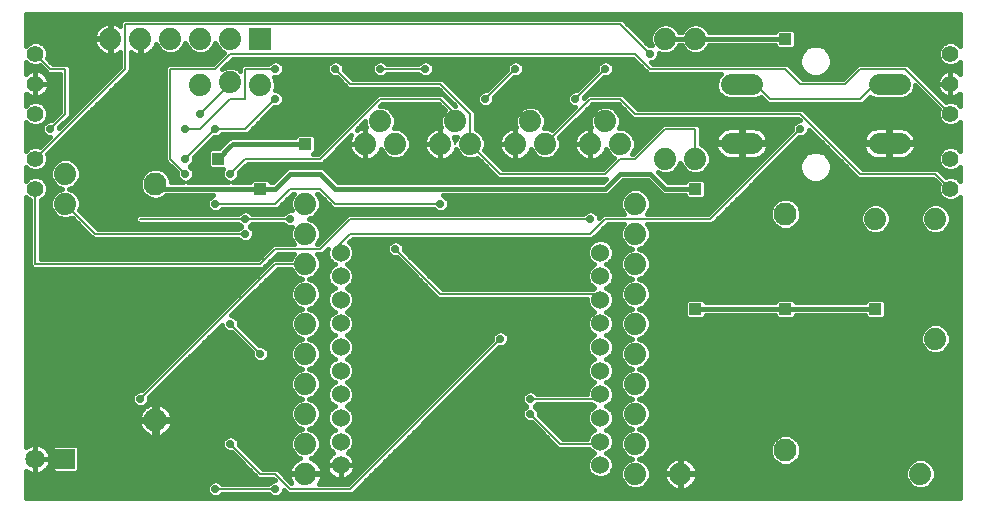
<source format=gbl>
G75*
%MOIN*%
%OFA0B0*%
%FSLAX24Y24*%
%IPPOS*%
%LPD*%
%AMOC8*
5,1,8,0,0,1.08239X$1,22.5*
%
%ADD10C,0.0600*%
%ADD11C,0.0768*%
%ADD12C,0.0740*%
%ADD13C,0.0555*%
%ADD14R,0.0650X0.0650*%
%ADD15C,0.0650*%
%ADD16C,0.0710*%
%ADD17R,0.0740X0.0740*%
%ADD18C,0.0060*%
%ADD19C,0.0290*%
%ADD20C,0.0160*%
%ADD21C,0.0280*%
%ADD22R,0.0396X0.0396*%
D10*
X011294Y003388D03*
X011294Y004175D03*
X011294Y004963D03*
X011294Y005750D03*
X011294Y006538D03*
X011294Y007325D03*
X011294Y008112D03*
X011294Y008900D03*
X011294Y009687D03*
X011294Y010475D03*
X019956Y010475D03*
X019956Y009687D03*
X019956Y008900D03*
X019956Y008112D03*
X019956Y007325D03*
X019956Y006538D03*
X019956Y005750D03*
X019956Y004963D03*
X019956Y004175D03*
X019956Y003388D03*
D11*
X026125Y003892D03*
X026125Y011766D03*
X005125Y012766D03*
X005125Y004892D03*
D12*
X010125Y005101D03*
X010125Y006101D03*
X010125Y007101D03*
X010125Y008101D03*
X010125Y009101D03*
X010125Y010101D03*
X010125Y011101D03*
X010125Y012101D03*
X012125Y014101D03*
X013125Y014101D03*
X012625Y014851D03*
X014625Y014101D03*
X015625Y014101D03*
X015125Y014851D03*
X017125Y014101D03*
X018125Y014101D03*
X017625Y014851D03*
X019625Y014101D03*
X020625Y014101D03*
X020125Y014851D03*
X022125Y013601D03*
X023125Y013601D03*
X021125Y012101D03*
X021125Y011101D03*
X021125Y010101D03*
X021125Y009101D03*
X021125Y008101D03*
X021125Y007101D03*
X021125Y006101D03*
X021125Y005101D03*
X021125Y004101D03*
X021125Y003101D03*
X022625Y003101D03*
X030625Y003101D03*
X031125Y007601D03*
X031125Y011601D03*
X029125Y011601D03*
X023125Y017601D03*
X022125Y017601D03*
X008625Y016051D03*
X007625Y016151D03*
X006625Y016051D03*
X006625Y017601D03*
X005625Y017601D03*
X004625Y017601D03*
X003625Y017601D03*
X007625Y017601D03*
X002125Y013101D03*
X002125Y012101D03*
X010125Y004101D03*
X010125Y003101D03*
D13*
X001125Y012601D03*
X001125Y013601D03*
X001125Y015101D03*
X001125Y016101D03*
X001125Y017101D03*
X031625Y017101D03*
X031625Y016101D03*
X031625Y015101D03*
X031625Y013601D03*
X031625Y012601D03*
D14*
X002125Y003601D03*
D15*
X001125Y003601D03*
D16*
X024310Y014121D02*
X025020Y014121D01*
X025020Y016081D02*
X024310Y016081D01*
X029230Y016081D02*
X029940Y016081D01*
X029940Y014121D02*
X029230Y014121D01*
D17*
X008625Y017601D03*
D18*
X007625Y017101D02*
X021125Y017101D01*
X021625Y016601D01*
X026125Y016601D01*
X026625Y016101D01*
X028125Y016101D01*
X028625Y016601D01*
X030125Y016601D01*
X031625Y015101D01*
X029585Y016081D02*
X029125Y016101D01*
X028625Y015601D01*
X025625Y015601D01*
X025125Y016101D01*
X024665Y016081D01*
X026625Y015101D02*
X021125Y015101D01*
X020625Y015601D01*
X019625Y015601D01*
X018125Y014101D01*
X016625Y013101D02*
X015625Y014101D01*
X015625Y015101D01*
X014625Y016101D01*
X011625Y016101D01*
X011125Y016601D01*
X012625Y016601D02*
X014125Y016601D01*
X014625Y015601D02*
X012625Y015601D01*
X010625Y013601D01*
X008125Y013601D01*
X007625Y013101D01*
X006125Y013101D02*
X005625Y013601D01*
X005625Y016601D01*
X007125Y016601D01*
X007625Y017101D01*
X008125Y016601D02*
X009125Y016601D01*
X008125Y016601D02*
X008125Y015601D01*
X007625Y015601D01*
X006625Y014601D01*
X006125Y014601D01*
X006625Y015101D02*
X007625Y016101D01*
X007625Y016151D01*
X009125Y015601D02*
X008125Y014601D01*
X007125Y014601D01*
X006125Y013601D01*
X007125Y012101D02*
X009125Y012101D01*
X009625Y012601D01*
X010625Y012601D01*
X011125Y012101D01*
X014625Y012101D01*
X016625Y013101D02*
X020125Y013101D01*
X020625Y013601D01*
X021125Y013601D01*
X022125Y014601D01*
X023125Y014601D01*
X023125Y013601D01*
X023625Y011601D02*
X020125Y011601D01*
X019625Y011101D01*
X011625Y011101D01*
X011125Y010601D01*
X011294Y010475D01*
X010625Y010601D02*
X011625Y011601D01*
X019625Y011601D01*
X023625Y011601D02*
X026625Y014601D01*
X026625Y015101D02*
X028625Y013101D01*
X031125Y013101D01*
X031625Y012601D01*
X021625Y017101D02*
X020625Y018101D01*
X004125Y018101D01*
X004125Y016601D01*
X001125Y013601D01*
X001125Y012601D02*
X001125Y010101D01*
X008625Y010101D01*
X009125Y010601D01*
X010625Y010601D01*
X010125Y010101D02*
X009125Y010101D01*
X004625Y005601D01*
X007625Y004101D02*
X008625Y003101D01*
X009125Y003101D01*
X009625Y002601D01*
X011625Y002601D01*
X016625Y007601D01*
X014625Y009101D02*
X020125Y009101D01*
X019956Y008900D01*
X014625Y009101D02*
X013125Y010601D01*
X009625Y011601D02*
X008125Y011601D01*
X004625Y011601D01*
X003125Y011101D02*
X008125Y011101D01*
X003125Y011101D02*
X002125Y012101D01*
X001625Y014601D02*
X002125Y015101D01*
X002125Y016601D01*
X001625Y016601D01*
X001125Y017101D01*
X001125Y016101D02*
X001125Y016101D01*
X014625Y015601D02*
X015125Y015101D01*
X015125Y014851D01*
X015125Y014341D02*
X015125Y014101D01*
X016125Y015601D02*
X017125Y016601D01*
X019125Y015601D02*
X020125Y016601D01*
X008625Y007101D02*
X007625Y008101D01*
X007125Y002601D02*
X009125Y002601D01*
X017625Y005101D02*
X018625Y004101D01*
X020125Y004101D01*
X019956Y004175D01*
X020125Y005601D02*
X017625Y005601D01*
X019956Y005750D02*
X020125Y005601D01*
D19*
X017625Y005601D03*
X017625Y005101D03*
X016625Y007601D03*
X013125Y010601D03*
X014625Y012101D03*
X019625Y011601D03*
X019125Y015601D03*
X020125Y016601D03*
X021625Y017101D03*
X017125Y016601D03*
X016125Y015601D03*
X014125Y016601D03*
X012625Y016601D03*
X011125Y016601D03*
X009125Y016601D03*
X009125Y015601D03*
X007125Y014601D03*
X006625Y015101D03*
X006125Y014601D03*
X006125Y013601D03*
X006125Y013101D03*
X007625Y013101D03*
X007125Y012101D03*
X008125Y011601D03*
X008125Y011101D03*
X009625Y011601D03*
X007625Y008101D03*
X008625Y007101D03*
X004625Y005601D03*
X007625Y004101D03*
X007125Y002601D03*
X009125Y002601D03*
X001625Y014601D03*
X026625Y014601D03*
D20*
X000805Y003209D02*
X000805Y002281D01*
X031945Y002281D01*
X031945Y012330D01*
X031861Y012247D01*
X031708Y012183D01*
X031542Y012183D01*
X031389Y012247D01*
X031271Y012364D01*
X031208Y012518D01*
X031208Y012684D01*
X031235Y012750D01*
X031055Y012931D01*
X028555Y012931D01*
X026910Y014575D01*
X026910Y014544D01*
X026867Y014439D01*
X026786Y014359D01*
X026682Y014316D01*
X026580Y014316D01*
X023795Y011530D01*
X023695Y011431D01*
X021516Y011431D01*
X021557Y011390D01*
X021635Y011202D01*
X021635Y010999D01*
X021557Y010812D01*
X021414Y010668D01*
X021251Y010601D01*
X021414Y010533D01*
X021557Y010390D01*
X021635Y010202D01*
X021635Y009999D01*
X021557Y009812D01*
X021414Y009668D01*
X021251Y009601D01*
X021414Y009533D01*
X021557Y009390D01*
X021635Y009202D01*
X021635Y008999D01*
X021557Y008812D01*
X021414Y008668D01*
X021251Y008601D01*
X021414Y008533D01*
X021557Y008390D01*
X021635Y008202D01*
X021635Y007999D01*
X021557Y007812D01*
X021414Y007668D01*
X021251Y007601D01*
X021414Y007533D01*
X021557Y007390D01*
X021635Y007202D01*
X021635Y006999D01*
X021557Y006812D01*
X021414Y006668D01*
X021251Y006601D01*
X021414Y006533D01*
X021557Y006390D01*
X021635Y006202D01*
X021635Y005999D01*
X021557Y005812D01*
X021414Y005668D01*
X021251Y005601D01*
X021414Y005533D01*
X021557Y005390D01*
X021635Y005202D01*
X021635Y004999D01*
X021557Y004812D01*
X021414Y004668D01*
X021251Y004601D01*
X021414Y004533D01*
X021557Y004390D01*
X021635Y004202D01*
X021635Y003999D01*
X021557Y003812D01*
X021414Y003668D01*
X021251Y003601D01*
X021414Y003533D01*
X021557Y003390D01*
X021635Y003202D01*
X021635Y002999D01*
X021557Y002812D01*
X021414Y002668D01*
X021226Y002591D01*
X021024Y002591D01*
X020836Y002668D01*
X020693Y002812D01*
X020615Y002999D01*
X020615Y003202D01*
X020693Y003390D01*
X020836Y003533D01*
X020999Y003601D01*
X020836Y003668D01*
X020693Y003812D01*
X020615Y003999D01*
X020615Y004202D01*
X020693Y004390D01*
X020836Y004533D01*
X020999Y004601D01*
X020836Y004668D01*
X020693Y004812D01*
X020615Y004999D01*
X020615Y005202D01*
X020693Y005390D01*
X020836Y005533D01*
X020999Y005601D01*
X020836Y005668D01*
X020693Y005812D01*
X020615Y005999D01*
X020615Y006202D01*
X020693Y006390D01*
X020836Y006533D01*
X020999Y006601D01*
X020836Y006668D01*
X020693Y006812D01*
X020615Y006999D01*
X020615Y007202D01*
X020693Y007390D01*
X020836Y007533D01*
X020999Y007601D01*
X020836Y007668D01*
X020693Y007812D01*
X020615Y007999D01*
X020615Y008202D01*
X020693Y008390D01*
X020836Y008533D01*
X020999Y008601D01*
X020836Y008668D01*
X020693Y008812D01*
X020615Y008999D01*
X020615Y009202D01*
X020693Y009390D01*
X020836Y009533D01*
X020999Y009601D01*
X020836Y009668D01*
X020693Y009812D01*
X020615Y009999D01*
X020615Y010202D01*
X020693Y010390D01*
X020836Y010533D01*
X020999Y010601D01*
X020836Y010668D01*
X020693Y010812D01*
X020615Y010999D01*
X020615Y011202D01*
X020693Y011390D01*
X020734Y011431D01*
X020195Y011431D01*
X019795Y011030D01*
X019695Y010931D01*
X011695Y010931D01*
X011578Y010813D01*
X011667Y010724D01*
X011734Y010562D01*
X011734Y010387D01*
X011667Y010225D01*
X011544Y010102D01*
X011494Y010081D01*
X011544Y010060D01*
X011667Y009936D01*
X011734Y009775D01*
X011734Y009600D01*
X011667Y009438D01*
X011544Y009314D01*
X011494Y009294D01*
X011544Y009273D01*
X011667Y009149D01*
X011734Y008987D01*
X011734Y008812D01*
X011667Y008651D01*
X011544Y008527D01*
X011494Y008506D01*
X011544Y008485D01*
X011667Y008362D01*
X011734Y008200D01*
X011734Y008025D01*
X011667Y007863D01*
X011544Y007739D01*
X011494Y007719D01*
X011544Y007698D01*
X011667Y007574D01*
X011734Y007413D01*
X011734Y007238D01*
X011667Y007076D01*
X011544Y006952D01*
X011494Y006931D01*
X011544Y006911D01*
X011667Y006787D01*
X011734Y006625D01*
X011734Y006450D01*
X011667Y006288D01*
X011544Y006165D01*
X011494Y006144D01*
X011544Y006123D01*
X011667Y005999D01*
X011734Y005838D01*
X011734Y005663D01*
X011667Y005501D01*
X011544Y005377D01*
X011494Y005357D01*
X011544Y005336D01*
X011667Y005212D01*
X011734Y005050D01*
X011734Y004875D01*
X011667Y004714D01*
X011544Y004590D01*
X011494Y004569D01*
X011544Y004548D01*
X011667Y004425D01*
X011734Y004263D01*
X011734Y004088D01*
X011667Y003926D01*
X011544Y003802D01*
X011541Y003801D01*
X011546Y003799D01*
X011607Y003754D01*
X011660Y003701D01*
X011705Y003640D01*
X011739Y003572D01*
X011762Y003500D01*
X011774Y003426D01*
X011774Y003388D01*
X011294Y003388D01*
X010814Y003388D01*
X010814Y003350D01*
X010826Y003276D01*
X010849Y003204D01*
X010884Y003136D01*
X010928Y003075D01*
X010982Y003022D01*
X011043Y002977D01*
X011110Y002943D01*
X011182Y002920D01*
X011257Y002908D01*
X011294Y002908D01*
X011294Y003388D01*
X011294Y003388D01*
X010814Y003388D01*
X010814Y003426D01*
X010826Y003500D01*
X010849Y003572D01*
X010884Y003640D01*
X010928Y003701D01*
X010982Y003754D01*
X011043Y003799D01*
X011048Y003801D01*
X011045Y003802D01*
X010921Y003926D01*
X010854Y004088D01*
X010854Y004263D01*
X010921Y004425D01*
X011045Y004548D01*
X011095Y004569D01*
X011045Y004590D01*
X010921Y004714D01*
X010854Y004875D01*
X010854Y005050D01*
X010921Y005212D01*
X011045Y005336D01*
X011095Y005357D01*
X011045Y005377D01*
X010921Y005501D01*
X010854Y005663D01*
X010854Y005838D01*
X010921Y005999D01*
X011045Y006123D01*
X011095Y006144D01*
X011045Y006165D01*
X010921Y006288D01*
X010854Y006450D01*
X010854Y006625D01*
X010921Y006787D01*
X011045Y006911D01*
X011095Y006931D01*
X011045Y006952D01*
X010921Y007076D01*
X010854Y007238D01*
X010854Y007413D01*
X010921Y007574D01*
X011045Y007698D01*
X011095Y007719D01*
X011045Y007739D01*
X010921Y007863D01*
X010854Y008025D01*
X010854Y008200D01*
X010921Y008362D01*
X011045Y008485D01*
X011095Y008506D01*
X011045Y008527D01*
X010921Y008651D01*
X010854Y008812D01*
X010854Y008987D01*
X010921Y009149D01*
X011045Y009273D01*
X011095Y009294D01*
X011045Y009314D01*
X010921Y009438D01*
X010854Y009600D01*
X010854Y009775D01*
X010921Y009936D01*
X011045Y010060D01*
X011095Y010081D01*
X011045Y010102D01*
X010921Y010225D01*
X010854Y010387D01*
X010854Y010562D01*
X010874Y010609D01*
X010695Y010431D01*
X010516Y010431D01*
X010557Y010390D01*
X010635Y010202D01*
X010635Y009999D01*
X010557Y009812D01*
X010414Y009668D01*
X010251Y009601D01*
X010414Y009533D01*
X010557Y009390D01*
X010635Y009202D01*
X010635Y008999D01*
X010557Y008812D01*
X010414Y008668D01*
X010251Y008601D01*
X010414Y008533D01*
X010557Y008390D01*
X010635Y008202D01*
X010635Y007999D01*
X010557Y007812D01*
X010414Y007668D01*
X010251Y007601D01*
X010414Y007533D01*
X010557Y007390D01*
X010635Y007202D01*
X010635Y006999D01*
X010557Y006812D01*
X010414Y006668D01*
X010251Y006601D01*
X010414Y006533D01*
X010557Y006390D01*
X010635Y006202D01*
X010635Y005999D01*
X010557Y005812D01*
X010414Y005668D01*
X010251Y005601D01*
X010414Y005533D01*
X010557Y005390D01*
X010635Y005202D01*
X010635Y004999D01*
X010557Y004812D01*
X010414Y004668D01*
X010251Y004601D01*
X010414Y004533D01*
X010557Y004390D01*
X010635Y004202D01*
X010635Y003999D01*
X010557Y003812D01*
X010414Y003668D01*
X010301Y003622D01*
X010336Y003610D01*
X010413Y003571D01*
X010483Y003520D01*
X010545Y003459D01*
X010595Y003389D01*
X010635Y003312D01*
X010661Y003229D01*
X010675Y003144D01*
X010675Y003121D01*
X010145Y003121D01*
X010145Y003081D01*
X010675Y003081D01*
X010675Y003057D01*
X010661Y002972D01*
X010635Y002890D01*
X010595Y002812D01*
X010565Y002771D01*
X011555Y002771D01*
X016340Y007556D01*
X016340Y007657D01*
X016383Y007762D01*
X016464Y007842D01*
X016568Y007886D01*
X016682Y007886D01*
X016786Y007842D01*
X016867Y007762D01*
X016910Y007657D01*
X016910Y007544D01*
X016867Y007439D01*
X016786Y007359D01*
X016682Y007316D01*
X016580Y007316D01*
X011795Y002530D01*
X011795Y002530D01*
X011695Y002431D01*
X009555Y002431D01*
X009455Y002530D01*
X009410Y002575D01*
X009410Y002544D01*
X009367Y002439D01*
X009286Y002359D01*
X009182Y002316D01*
X009068Y002316D01*
X008964Y002359D01*
X008892Y002431D01*
X007358Y002431D01*
X007286Y002359D01*
X007182Y002316D01*
X007068Y002316D01*
X006964Y002359D01*
X006883Y002439D01*
X006840Y002544D01*
X006840Y002657D01*
X006883Y002762D01*
X006964Y002842D01*
X007068Y002886D01*
X007182Y002886D01*
X007286Y002842D01*
X007358Y002771D01*
X008892Y002771D01*
X008964Y002842D01*
X009068Y002886D01*
X009100Y002886D01*
X009055Y002931D01*
X008555Y002931D01*
X008455Y003030D01*
X007670Y003816D01*
X007568Y003816D01*
X007464Y003859D01*
X007383Y003939D01*
X007340Y004044D01*
X007340Y004157D01*
X007383Y004262D01*
X007464Y004342D01*
X007568Y004386D01*
X007682Y004386D01*
X007786Y004342D01*
X007867Y004262D01*
X007910Y004157D01*
X007910Y004056D01*
X008695Y003271D01*
X009195Y003271D01*
X009657Y002809D01*
X009655Y002812D01*
X009615Y002890D01*
X009589Y002972D01*
X009575Y003057D01*
X009575Y003081D01*
X010105Y003081D01*
X010105Y003121D01*
X009575Y003121D01*
X009575Y003144D01*
X009589Y003229D01*
X009615Y003312D01*
X009655Y003389D01*
X009705Y003459D01*
X009767Y003520D01*
X009837Y003571D01*
X009914Y003610D01*
X009949Y003622D01*
X009836Y003668D01*
X009693Y003812D01*
X009615Y003999D01*
X009615Y004202D01*
X009693Y004390D01*
X009836Y004533D01*
X009999Y004601D01*
X009836Y004668D01*
X009693Y004812D01*
X009615Y004999D01*
X009615Y005202D01*
X009693Y005390D01*
X009836Y005533D01*
X009999Y005601D01*
X009836Y005668D01*
X009693Y005812D01*
X009615Y005999D01*
X009615Y006202D01*
X009693Y006390D01*
X009836Y006533D01*
X009999Y006601D01*
X009836Y006668D01*
X009693Y006812D01*
X009615Y006999D01*
X009615Y007202D01*
X009693Y007390D01*
X009836Y007533D01*
X009999Y007601D01*
X009836Y007668D01*
X009693Y007812D01*
X009615Y007999D01*
X009615Y008202D01*
X009693Y008390D01*
X009836Y008533D01*
X009999Y008601D01*
X009836Y008668D01*
X009693Y008812D01*
X009615Y008999D01*
X009615Y009202D01*
X009693Y009390D01*
X009836Y009533D01*
X009999Y009601D01*
X009836Y009668D01*
X009693Y009812D01*
X009643Y009931D01*
X009195Y009931D01*
X007650Y008386D01*
X007682Y008386D01*
X007786Y008342D01*
X007867Y008262D01*
X007910Y008157D01*
X007910Y008056D01*
X008580Y007386D01*
X008682Y007386D01*
X008786Y007342D01*
X008867Y007262D01*
X008910Y007157D01*
X008910Y007044D01*
X008867Y006939D01*
X008786Y006859D01*
X008682Y006816D01*
X008568Y006816D01*
X008464Y006859D01*
X008383Y006939D01*
X008340Y007044D01*
X008340Y007145D01*
X007670Y007816D01*
X007568Y007816D01*
X007464Y007859D01*
X007383Y007939D01*
X007340Y008044D01*
X007340Y008075D01*
X004910Y005645D01*
X004910Y005544D01*
X004867Y005439D01*
X004786Y005359D01*
X004682Y005316D01*
X004568Y005316D01*
X004464Y005359D01*
X004383Y005439D01*
X004340Y005544D01*
X004340Y005657D01*
X004383Y005762D01*
X004464Y005842D01*
X004568Y005886D01*
X004670Y005886D01*
X008955Y010171D01*
X009055Y010271D01*
X009643Y010271D01*
X009693Y010390D01*
X009734Y010431D01*
X009195Y010431D01*
X008695Y009931D01*
X001055Y009931D01*
X000955Y010030D01*
X000955Y012219D01*
X000889Y012247D01*
X000805Y012330D01*
X000805Y003992D01*
X000860Y004033D01*
X000931Y004069D01*
X001007Y004093D01*
X001085Y004106D01*
X001125Y004106D01*
X001125Y003601D01*
X001125Y004106D01*
X001165Y004106D01*
X001243Y004093D01*
X001319Y004069D01*
X001390Y004033D01*
X001454Y003986D01*
X001510Y003930D01*
X001557Y003865D01*
X001593Y003794D01*
X001618Y003719D01*
X001630Y003640D01*
X001630Y003601D01*
X001125Y003601D01*
X001125Y003601D01*
X001125Y003601D01*
X001630Y003601D01*
X001630Y003561D01*
X001618Y003482D01*
X001593Y003407D01*
X001557Y003336D01*
X001510Y003272D01*
X001454Y003215D01*
X001390Y003169D01*
X001319Y003133D01*
X001243Y003108D01*
X001165Y003096D01*
X001125Y003096D01*
X001125Y003601D01*
X001125Y003601D01*
X001125Y003096D01*
X001085Y003096D01*
X001007Y003108D01*
X000931Y003133D01*
X000860Y003169D01*
X000805Y003209D01*
X000805Y003052D02*
X008434Y003052D01*
X008275Y003210D02*
X002582Y003210D01*
X002590Y003218D02*
X002508Y003136D01*
X001742Y003136D01*
X001660Y003218D01*
X001660Y003984D01*
X001742Y004066D01*
X002508Y004066D01*
X002590Y003984D01*
X002590Y003218D01*
X002590Y003369D02*
X008117Y003369D01*
X007958Y003527D02*
X002590Y003527D01*
X002590Y003686D02*
X007800Y003686D01*
X007499Y003844D02*
X002590Y003844D01*
X002571Y004003D02*
X007357Y004003D01*
X007342Y004161D02*
X000805Y004161D01*
X000805Y004003D02*
X000819Y004003D01*
X001125Y004003D02*
X001125Y004003D01*
X001125Y003844D02*
X001125Y003844D01*
X001125Y003686D02*
X001125Y003686D01*
X001125Y003527D02*
X001125Y003527D01*
X001125Y003369D02*
X001125Y003369D01*
X001125Y003210D02*
X001125Y003210D01*
X001447Y003210D02*
X001668Y003210D01*
X001660Y003369D02*
X001574Y003369D01*
X001625Y003527D02*
X001660Y003527D01*
X001660Y003686D02*
X001623Y003686D01*
X001660Y003844D02*
X001568Y003844D01*
X001679Y004003D02*
X001431Y004003D01*
X000805Y004320D02*
X007441Y004320D01*
X007809Y004320D02*
X009664Y004320D01*
X009615Y004161D02*
X007908Y004161D01*
X007963Y004003D02*
X009615Y004003D01*
X009679Y003844D02*
X008122Y003844D01*
X008280Y003686D02*
X009819Y003686D01*
X009776Y003527D02*
X008439Y003527D01*
X008597Y003369D02*
X009644Y003369D01*
X009585Y003210D02*
X009256Y003210D01*
X009414Y003052D02*
X009576Y003052D01*
X009573Y002893D02*
X009614Y002893D01*
X009092Y002893D02*
X000805Y002893D01*
X000805Y002735D02*
X006872Y002735D01*
X006840Y002576D02*
X000805Y002576D01*
X000805Y002418D02*
X006905Y002418D01*
X007345Y002418D02*
X008905Y002418D01*
X009345Y002418D02*
X031945Y002418D01*
X031945Y002576D02*
X022791Y002576D01*
X022754Y002564D02*
X022836Y002591D01*
X022913Y002630D01*
X022983Y002681D01*
X023045Y002742D01*
X023095Y002812D01*
X023135Y002890D01*
X023161Y002972D01*
X023175Y003057D01*
X023175Y003081D01*
X022645Y003081D01*
X022645Y003121D01*
X022605Y003121D01*
X022605Y003651D01*
X022582Y003651D01*
X022496Y003637D01*
X022414Y003610D01*
X022337Y003571D01*
X022267Y003520D01*
X022205Y003459D01*
X022155Y003389D01*
X022115Y003312D01*
X022089Y003229D01*
X022075Y003144D01*
X022075Y003121D01*
X022605Y003121D01*
X022605Y003081D01*
X022075Y003081D01*
X022075Y003057D01*
X022089Y002972D01*
X022115Y002890D01*
X022155Y002812D01*
X022205Y002742D01*
X022267Y002681D01*
X022337Y002630D01*
X022414Y002591D01*
X022496Y002564D01*
X022582Y002551D01*
X022605Y002551D01*
X022605Y003081D01*
X022645Y003081D01*
X022645Y002551D01*
X022668Y002551D01*
X022754Y002564D01*
X022645Y002576D02*
X022605Y002576D01*
X022459Y002576D02*
X011841Y002576D01*
X011999Y002735D02*
X020770Y002735D01*
X020659Y002893D02*
X012158Y002893D01*
X012316Y003052D02*
X019670Y003052D01*
X019706Y003015D02*
X019868Y002948D01*
X020043Y002948D01*
X020205Y003015D01*
X020329Y003139D01*
X020396Y003301D01*
X020396Y003476D01*
X020329Y003637D01*
X020205Y003761D01*
X020155Y003782D01*
X020205Y003802D01*
X020329Y003926D01*
X020396Y004088D01*
X020396Y004263D01*
X020329Y004425D01*
X020205Y004548D01*
X020155Y004569D01*
X020205Y004590D01*
X020329Y004714D01*
X020396Y004875D01*
X020396Y005050D01*
X020329Y005212D01*
X020205Y005336D01*
X020155Y005357D01*
X020205Y005377D01*
X020329Y005501D01*
X020396Y005663D01*
X020396Y005838D01*
X020329Y005999D01*
X020205Y006123D01*
X020155Y006144D01*
X020205Y006165D01*
X020329Y006288D01*
X020396Y006450D01*
X020396Y006625D01*
X020329Y006787D01*
X020205Y006911D01*
X020155Y006931D01*
X020205Y006952D01*
X020329Y007076D01*
X020396Y007238D01*
X020396Y007413D01*
X020329Y007574D01*
X020205Y007698D01*
X020155Y007719D01*
X020205Y007739D01*
X020329Y007863D01*
X020396Y008025D01*
X020396Y008200D01*
X020329Y008362D01*
X020205Y008485D01*
X020155Y008506D01*
X020205Y008527D01*
X020329Y008651D01*
X020396Y008812D01*
X020396Y008987D01*
X020329Y009149D01*
X020205Y009273D01*
X020155Y009294D01*
X020205Y009314D01*
X020329Y009438D01*
X020396Y009600D01*
X020396Y009775D01*
X020329Y009936D01*
X020205Y010060D01*
X020155Y010081D01*
X020205Y010102D01*
X020329Y010225D01*
X020396Y010387D01*
X020396Y010562D01*
X020329Y010724D01*
X020205Y010848D01*
X020043Y010915D01*
X019868Y010915D01*
X019706Y010848D01*
X019583Y010724D01*
X019516Y010562D01*
X019516Y010387D01*
X019583Y010225D01*
X019706Y010102D01*
X019756Y010081D01*
X019706Y010060D01*
X019583Y009936D01*
X019516Y009775D01*
X019516Y009600D01*
X019583Y009438D01*
X019706Y009314D01*
X019756Y009294D01*
X019706Y009273D01*
X019704Y009271D01*
X014695Y009271D01*
X013410Y010556D01*
X013410Y010657D01*
X013367Y010762D01*
X013286Y010842D01*
X013182Y010886D01*
X013068Y010886D01*
X012964Y010842D01*
X012883Y010762D01*
X012840Y010657D01*
X012840Y010544D01*
X012883Y010439D01*
X012964Y010359D01*
X013068Y010316D01*
X013170Y010316D01*
X014455Y009030D01*
X014555Y008931D01*
X019516Y008931D01*
X019516Y008812D01*
X019583Y008651D01*
X019706Y008527D01*
X019756Y008506D01*
X019706Y008485D01*
X019583Y008362D01*
X019516Y008200D01*
X019516Y008025D01*
X019583Y007863D01*
X019706Y007739D01*
X019756Y007719D01*
X019706Y007698D01*
X019583Y007574D01*
X019516Y007413D01*
X019516Y007238D01*
X019583Y007076D01*
X019706Y006952D01*
X019756Y006931D01*
X019706Y006911D01*
X019583Y006787D01*
X019516Y006625D01*
X019516Y006450D01*
X019583Y006288D01*
X019706Y006165D01*
X019756Y006144D01*
X019706Y006123D01*
X019583Y005999D01*
X019516Y005838D01*
X019516Y005771D01*
X017858Y005771D01*
X017786Y005842D01*
X017682Y005886D01*
X017568Y005886D01*
X017464Y005842D01*
X017383Y005762D01*
X017340Y005657D01*
X017340Y005544D01*
X017383Y005439D01*
X017464Y005359D01*
X017484Y005351D01*
X017464Y005342D01*
X017383Y005262D01*
X017340Y005157D01*
X017340Y005044D01*
X017383Y004939D01*
X017464Y004859D01*
X017568Y004816D01*
X017670Y004816D01*
X018455Y004030D01*
X018555Y003931D01*
X019581Y003931D01*
X019583Y003926D01*
X019706Y003802D01*
X019756Y003782D01*
X019706Y003761D01*
X019583Y003637D01*
X019516Y003476D01*
X019516Y003301D01*
X019583Y003139D01*
X019706Y003015D01*
X019553Y003210D02*
X012475Y003210D01*
X012633Y003369D02*
X019516Y003369D01*
X019537Y003527D02*
X012792Y003527D01*
X012950Y003686D02*
X019631Y003686D01*
X019665Y003844D02*
X013109Y003844D01*
X013267Y004003D02*
X018483Y004003D01*
X018324Y004161D02*
X013426Y004161D01*
X013584Y004320D02*
X018166Y004320D01*
X018007Y004478D02*
X013743Y004478D01*
X013901Y004637D02*
X017849Y004637D01*
X017690Y004795D02*
X014060Y004795D01*
X014218Y004954D02*
X017377Y004954D01*
X017340Y005112D02*
X014377Y005112D01*
X014535Y005271D02*
X017392Y005271D01*
X017393Y005429D02*
X014694Y005429D01*
X014852Y005588D02*
X017340Y005588D01*
X017377Y005746D02*
X015011Y005746D01*
X015169Y005905D02*
X019543Y005905D01*
X019646Y006063D02*
X015328Y006063D01*
X015486Y006222D02*
X019649Y006222D01*
X019545Y006380D02*
X015645Y006380D01*
X015803Y006539D02*
X019516Y006539D01*
X019546Y006697D02*
X015962Y006697D01*
X016120Y006856D02*
X019651Y006856D01*
X019644Y007014D02*
X016279Y007014D01*
X016437Y007173D02*
X019543Y007173D01*
X019516Y007331D02*
X016719Y007331D01*
X016888Y007490D02*
X019548Y007490D01*
X019657Y007648D02*
X016910Y007648D01*
X016822Y007807D02*
X019639Y007807D01*
X019540Y007965D02*
X011710Y007965D01*
X011734Y008124D02*
X019516Y008124D01*
X019550Y008282D02*
X011700Y008282D01*
X011588Y008441D02*
X019662Y008441D01*
X019634Y008599D02*
X011616Y008599D01*
X011712Y008758D02*
X019538Y008758D01*
X019516Y008916D02*
X011734Y008916D01*
X011698Y009075D02*
X014411Y009075D01*
X014252Y009233D02*
X011583Y009233D01*
X011621Y009392D02*
X014094Y009392D01*
X013935Y009550D02*
X011714Y009550D01*
X011734Y009709D02*
X013777Y009709D01*
X013618Y009867D02*
X011696Y009867D01*
X011578Y010026D02*
X013460Y010026D01*
X013301Y010184D02*
X011626Y010184D01*
X011716Y010343D02*
X013003Y010343D01*
X012858Y010501D02*
X011734Y010501D01*
X011694Y010660D02*
X012841Y010660D01*
X012939Y010818D02*
X011583Y010818D01*
X010919Y011135D02*
X010635Y011135D01*
X010635Y011202D02*
X010557Y011390D01*
X010414Y011533D01*
X010251Y011601D01*
X010414Y011668D01*
X010557Y011812D01*
X010635Y011999D01*
X010635Y012202D01*
X010557Y012390D01*
X010516Y012431D01*
X010555Y012431D01*
X010955Y012030D01*
X011055Y011931D01*
X014392Y011931D01*
X014464Y011859D01*
X014568Y011816D01*
X014682Y011816D01*
X014786Y011859D01*
X014867Y011939D01*
X014910Y012044D01*
X014910Y012157D01*
X014867Y012262D01*
X014786Y012342D01*
X014694Y012381D01*
X020216Y012381D01*
X020345Y012510D01*
X020716Y012881D01*
X021534Y012881D01*
X022034Y012381D01*
X022787Y012381D01*
X022787Y012345D01*
X022869Y012263D01*
X023381Y012263D01*
X023463Y012345D01*
X023463Y012857D01*
X023381Y012939D01*
X022869Y012939D01*
X022787Y012857D01*
X022787Y012821D01*
X022216Y012821D01*
X021891Y013145D01*
X022024Y013091D01*
X022226Y013091D01*
X022414Y013168D01*
X022557Y013312D01*
X022625Y013475D01*
X022693Y013312D01*
X022836Y013168D01*
X023024Y013091D01*
X023226Y013091D01*
X023414Y013168D01*
X023557Y013312D01*
X023635Y013499D01*
X023635Y013702D01*
X023557Y013890D01*
X023414Y014033D01*
X023295Y014082D01*
X023295Y014671D01*
X023195Y014771D01*
X022055Y014771D01*
X021055Y013771D01*
X021016Y013771D01*
X021057Y013812D01*
X021135Y013999D01*
X021135Y014202D01*
X021057Y014390D01*
X020914Y014533D01*
X020726Y014611D01*
X020578Y014611D01*
X020635Y014749D01*
X020635Y014952D01*
X020557Y015140D01*
X020414Y015283D01*
X020226Y015361D01*
X020024Y015361D01*
X019836Y015283D01*
X019693Y015140D01*
X019615Y014952D01*
X019615Y014749D01*
X019656Y014651D01*
X019625Y014651D01*
X019582Y014651D01*
X019496Y014637D01*
X019414Y014610D01*
X019337Y014571D01*
X019267Y014520D01*
X019205Y014459D01*
X019155Y014389D01*
X019115Y014312D01*
X019089Y014229D01*
X019075Y014144D01*
X019075Y014101D01*
X019625Y014101D01*
X019625Y014651D01*
X019625Y014101D01*
X019625Y014101D01*
X019625Y014101D01*
X019075Y014101D01*
X019075Y014057D01*
X019089Y013972D01*
X019115Y013890D01*
X019155Y013812D01*
X019205Y013742D01*
X019267Y013681D01*
X019337Y013630D01*
X019414Y013591D01*
X019496Y013564D01*
X019582Y013551D01*
X019625Y013551D01*
X019668Y013551D01*
X019754Y013564D01*
X019836Y013591D01*
X019913Y013630D01*
X019983Y013681D01*
X020045Y013742D01*
X020095Y013812D01*
X020135Y013890D01*
X020146Y013924D01*
X020193Y013812D01*
X020336Y013668D01*
X020418Y013634D01*
X020055Y013271D01*
X016695Y013271D01*
X016086Y013880D01*
X016135Y013999D01*
X016135Y014202D01*
X016057Y014390D01*
X015914Y014533D01*
X015795Y014582D01*
X015795Y015171D01*
X015695Y015271D01*
X014695Y016271D01*
X011695Y016271D01*
X011410Y016556D01*
X011410Y016657D01*
X011367Y016762D01*
X011286Y016842D01*
X011182Y016886D01*
X011068Y016886D01*
X010964Y016842D01*
X010883Y016762D01*
X010840Y016657D01*
X010840Y016544D01*
X010883Y016439D01*
X010964Y016359D01*
X011068Y016316D01*
X011170Y016316D01*
X011455Y016030D01*
X011555Y015931D01*
X014555Y015931D01*
X015125Y015361D01*
X015105Y015361D01*
X014695Y015771D01*
X012555Y015771D01*
X012455Y015671D01*
X010555Y013771D01*
X010389Y013771D01*
X010463Y013845D01*
X010463Y014357D01*
X010381Y014439D01*
X009869Y014439D01*
X009787Y014357D01*
X009787Y014321D01*
X007615Y014321D01*
X007486Y014192D01*
X007239Y013945D01*
X006956Y013945D01*
X006874Y013863D01*
X006874Y013350D01*
X006956Y013268D01*
X007390Y013268D01*
X007383Y013262D01*
X007340Y013157D01*
X007340Y013044D01*
X007383Y012939D01*
X007464Y012859D01*
X007556Y012821D01*
X006194Y012821D01*
X006286Y012859D01*
X006367Y012939D01*
X006410Y013044D01*
X006410Y013157D01*
X006367Y013262D01*
X006286Y013342D01*
X006266Y013351D01*
X006286Y013359D01*
X006367Y013439D01*
X006410Y013544D01*
X006410Y013645D01*
X007080Y014316D01*
X007182Y014316D01*
X007286Y014359D01*
X007358Y014431D01*
X008195Y014431D01*
X008295Y014530D01*
X009080Y015316D01*
X009182Y015316D01*
X009286Y015359D01*
X009367Y015439D01*
X009410Y015544D01*
X009410Y015657D01*
X009367Y015762D01*
X009286Y015842D01*
X009182Y015886D01*
X009109Y015886D01*
X009135Y015949D01*
X009135Y016152D01*
X009067Y016316D01*
X009068Y016316D01*
X009182Y016316D01*
X009286Y016359D01*
X009367Y016439D01*
X009410Y016544D01*
X009410Y016657D01*
X009367Y016762D01*
X009286Y016842D01*
X009182Y016886D01*
X009068Y016886D01*
X008964Y016842D01*
X008892Y016771D01*
X008055Y016771D01*
X007955Y016671D01*
X007955Y016542D01*
X007914Y016583D01*
X007726Y016661D01*
X007524Y016661D01*
X007356Y016591D01*
X007695Y016931D01*
X021055Y016931D01*
X021455Y016530D01*
X021555Y016431D01*
X023960Y016431D01*
X023890Y016361D01*
X023815Y016179D01*
X023815Y015982D01*
X023890Y015800D01*
X024030Y015661D01*
X024212Y015586D01*
X025118Y015586D01*
X025300Y015661D01*
X025312Y015673D01*
X025555Y015431D01*
X028695Y015431D01*
X028938Y015673D01*
X028950Y015661D01*
X029132Y015586D01*
X030038Y015586D01*
X030220Y015661D01*
X030360Y015800D01*
X030435Y015982D01*
X030435Y016050D01*
X031235Y015250D01*
X031208Y015184D01*
X031208Y015018D01*
X031271Y014864D01*
X031389Y014747D01*
X031542Y014683D01*
X031708Y014683D01*
X031861Y014747D01*
X031945Y014830D01*
X031945Y013871D01*
X031861Y013955D01*
X031708Y014018D01*
X031542Y014018D01*
X031389Y013955D01*
X031271Y013837D01*
X031208Y013684D01*
X031208Y013518D01*
X031271Y013364D01*
X031389Y013247D01*
X031542Y013183D01*
X031708Y013183D01*
X031861Y013247D01*
X031945Y013330D01*
X031945Y012871D01*
X031861Y012955D01*
X031708Y013018D01*
X031542Y013018D01*
X031475Y012991D01*
X031295Y013171D01*
X031195Y013271D01*
X028695Y013271D01*
X026795Y015171D01*
X026695Y015271D01*
X021195Y015271D01*
X020795Y015671D01*
X020695Y015771D01*
X019555Y015771D01*
X019410Y015626D01*
X019410Y015645D01*
X020080Y016316D01*
X020182Y016316D01*
X020286Y016359D01*
X020367Y016439D01*
X020410Y016544D01*
X020410Y016657D01*
X020367Y016762D01*
X020286Y016842D01*
X020182Y016886D01*
X020068Y016886D01*
X019964Y016842D01*
X019883Y016762D01*
X019840Y016657D01*
X019840Y016556D01*
X019170Y015886D01*
X019068Y015886D01*
X018964Y015842D01*
X018883Y015762D01*
X018840Y015657D01*
X018840Y015544D01*
X018883Y015439D01*
X018964Y015359D01*
X019068Y015316D01*
X019100Y015316D01*
X018345Y014561D01*
X018226Y014611D01*
X018078Y014611D01*
X018135Y014749D01*
X018135Y014952D01*
X018057Y015140D01*
X017914Y015283D01*
X017726Y015361D01*
X017524Y015361D01*
X017336Y015283D01*
X017193Y015140D01*
X017115Y014952D01*
X017115Y014749D01*
X017156Y014651D01*
X017125Y014651D01*
X017082Y014651D01*
X016996Y014637D01*
X016914Y014610D01*
X016837Y014571D01*
X016767Y014520D01*
X016705Y014459D01*
X016655Y014389D01*
X016615Y014312D01*
X016589Y014229D01*
X016575Y014144D01*
X016575Y014101D01*
X017125Y014101D01*
X017125Y014651D01*
X017125Y014101D01*
X017125Y014101D01*
X017125Y014101D01*
X016575Y014101D01*
X016575Y014057D01*
X016589Y013972D01*
X016615Y013890D01*
X016655Y013812D01*
X016705Y013742D01*
X016767Y013681D01*
X016837Y013630D01*
X016914Y013591D01*
X016996Y013564D01*
X017082Y013551D01*
X017125Y013551D01*
X017168Y013551D01*
X017254Y013564D01*
X017336Y013591D01*
X017413Y013630D01*
X017483Y013681D01*
X017545Y013742D01*
X017595Y013812D01*
X017635Y013890D01*
X017646Y013924D01*
X017693Y013812D01*
X017836Y013668D01*
X018024Y013591D01*
X018226Y013591D01*
X018414Y013668D01*
X018557Y013812D01*
X018635Y013999D01*
X018635Y014202D01*
X018586Y014321D01*
X019695Y015431D01*
X020555Y015431D01*
X021055Y014931D01*
X026555Y014931D01*
X026600Y014886D01*
X026568Y014886D01*
X026464Y014842D01*
X026383Y014762D01*
X026340Y014657D01*
X026340Y014556D01*
X023555Y011771D01*
X021516Y011771D01*
X021557Y011812D01*
X021635Y011999D01*
X021635Y012202D01*
X021557Y012390D01*
X021414Y012533D01*
X021226Y012611D01*
X021024Y012611D01*
X020836Y012533D01*
X020693Y012390D01*
X020615Y012202D01*
X020615Y011999D01*
X020693Y011812D01*
X020734Y011771D01*
X020055Y011771D01*
X019910Y011626D01*
X019910Y011657D01*
X019867Y011762D01*
X019786Y011842D01*
X019682Y011886D01*
X019568Y011886D01*
X019464Y011842D01*
X019392Y011771D01*
X011555Y011771D01*
X011455Y011671D01*
X010555Y010771D01*
X010516Y010771D01*
X010557Y010812D01*
X010635Y010999D01*
X010635Y011202D01*
X010597Y011294D02*
X011078Y011294D01*
X011236Y011452D02*
X010495Y011452D01*
X010275Y011611D02*
X011395Y011611D01*
X011553Y011769D02*
X010515Y011769D01*
X010605Y011928D02*
X014395Y011928D01*
X014855Y011928D02*
X020645Y011928D01*
X020615Y012086D02*
X014910Y012086D01*
X014874Y012245D02*
X020633Y012245D01*
X020706Y012403D02*
X020239Y012403D01*
X020397Y012562D02*
X020905Y012562D01*
X020556Y012720D02*
X021694Y012720D01*
X021536Y012879D02*
X020714Y012879D01*
X020625Y013101D02*
X020125Y012601D01*
X011125Y012601D01*
X010625Y013101D01*
X009625Y013101D01*
X009125Y012601D01*
X008625Y012601D01*
X005290Y012601D01*
X005125Y012766D01*
X005645Y012879D02*
X005944Y012879D01*
X005964Y012859D02*
X006056Y012821D01*
X005649Y012821D01*
X005649Y012870D01*
X005569Y013063D01*
X005422Y013210D01*
X005229Y013290D01*
X005021Y013290D01*
X004828Y013210D01*
X004681Y013063D01*
X004601Y012870D01*
X004601Y012662D01*
X004681Y012469D01*
X004828Y012322D01*
X005021Y012242D01*
X005229Y012242D01*
X005422Y012322D01*
X005480Y012381D01*
X007056Y012381D01*
X006964Y012342D01*
X006883Y012262D01*
X006840Y012157D01*
X006840Y012044D01*
X006883Y011939D01*
X006964Y011859D01*
X007068Y011816D01*
X007182Y011816D01*
X007286Y011859D01*
X007358Y011931D01*
X009195Y011931D01*
X009695Y012431D01*
X009734Y012431D01*
X009693Y012390D01*
X009615Y012202D01*
X009615Y011999D01*
X009662Y011886D01*
X009568Y011886D01*
X009464Y011842D01*
X009392Y011771D01*
X008358Y011771D01*
X008286Y011842D01*
X008182Y011886D01*
X008068Y011886D01*
X007964Y011842D01*
X007892Y011771D01*
X004555Y011771D01*
X004455Y011671D01*
X004455Y011530D01*
X004555Y011431D01*
X007892Y011431D01*
X007964Y011359D01*
X007984Y011351D01*
X007964Y011342D01*
X007892Y011271D01*
X003195Y011271D01*
X002586Y011880D01*
X002635Y011999D01*
X002635Y012202D01*
X002557Y012390D01*
X002414Y012533D01*
X002251Y012601D01*
X002414Y012668D01*
X002557Y012812D01*
X002635Y012999D01*
X002635Y013202D01*
X002557Y013390D01*
X002414Y013533D01*
X002226Y013611D01*
X002024Y013611D01*
X001836Y013533D01*
X001693Y013390D01*
X001615Y013202D01*
X001615Y012999D01*
X001693Y012812D01*
X001836Y012668D01*
X001999Y012601D01*
X001836Y012533D01*
X001693Y012390D01*
X001615Y012202D01*
X001615Y011999D01*
X001693Y011812D01*
X001836Y011668D01*
X002024Y011591D01*
X002226Y011591D01*
X002345Y011640D01*
X002955Y011030D01*
X003055Y010931D01*
X007892Y010931D01*
X007964Y010859D01*
X008068Y010816D01*
X008182Y010816D01*
X008286Y010859D01*
X008367Y010939D01*
X008410Y011044D01*
X008410Y011157D01*
X008367Y011262D01*
X008286Y011342D01*
X008266Y011351D01*
X008286Y011359D01*
X008358Y011431D01*
X009392Y011431D01*
X009464Y011359D01*
X009568Y011316D01*
X009662Y011316D01*
X009615Y011202D01*
X009615Y010999D01*
X009693Y010812D01*
X009734Y010771D01*
X009055Y010771D01*
X008955Y010671D01*
X008555Y010271D01*
X001295Y010271D01*
X001295Y012219D01*
X001361Y012247D01*
X001479Y012364D01*
X001542Y012518D01*
X001542Y012684D01*
X001479Y012837D01*
X001361Y012955D01*
X001208Y013018D01*
X001042Y013018D01*
X000889Y012955D01*
X000805Y012871D01*
X000805Y013330D01*
X000889Y013247D01*
X001042Y013183D01*
X001208Y013183D01*
X001361Y013247D01*
X001479Y013364D01*
X001542Y013518D01*
X001542Y013684D01*
X001515Y013750D01*
X004195Y016431D01*
X004295Y016530D01*
X004295Y017161D01*
X004337Y017130D01*
X004414Y017091D01*
X004496Y017064D01*
X004582Y017051D01*
X004605Y017051D01*
X004605Y017581D01*
X004645Y017581D01*
X004645Y017051D01*
X004668Y017051D01*
X004754Y017064D01*
X004836Y017091D01*
X004913Y017130D01*
X004983Y017181D01*
X005045Y017242D01*
X005095Y017312D01*
X005135Y017390D01*
X005146Y017424D01*
X005193Y017312D01*
X005336Y017168D01*
X005524Y017091D01*
X005726Y017091D01*
X005914Y017168D01*
X006057Y017312D01*
X006125Y017475D01*
X006193Y017312D01*
X006336Y017168D01*
X006524Y017091D01*
X006726Y017091D01*
X006914Y017168D01*
X007057Y017312D01*
X007125Y017475D01*
X007193Y017312D01*
X007336Y017168D01*
X007418Y017134D01*
X007055Y016771D01*
X005555Y016771D01*
X005455Y016671D01*
X005455Y013530D01*
X005555Y013431D01*
X005840Y013145D01*
X005840Y013044D01*
X005883Y012939D01*
X005964Y012859D01*
X005843Y013037D02*
X005580Y013037D01*
X005436Y013196D02*
X005790Y013196D01*
X005631Y013354D02*
X002572Y013354D01*
X002635Y013196D02*
X004814Y013196D01*
X004670Y013037D02*
X002635Y013037D01*
X002585Y012879D02*
X004605Y012879D01*
X004601Y012720D02*
X002466Y012720D01*
X002345Y012562D02*
X004643Y012562D01*
X004747Y012403D02*
X002544Y012403D01*
X002617Y012245D02*
X005015Y012245D01*
X005235Y012245D02*
X006876Y012245D01*
X006840Y012086D02*
X002635Y012086D01*
X002605Y011928D02*
X006895Y011928D01*
X007355Y011928D02*
X009645Y011928D01*
X009615Y012086D02*
X009351Y012086D01*
X009509Y012245D02*
X009633Y012245D01*
X009668Y012403D02*
X009706Y012403D01*
X010544Y012403D02*
X010582Y012403D01*
X010617Y012245D02*
X010741Y012245D01*
X010635Y012086D02*
X010899Y012086D01*
X011216Y012821D02*
X010845Y013192D01*
X010716Y013321D01*
X009534Y013321D01*
X009034Y012821D01*
X008963Y012821D01*
X008963Y012857D01*
X008881Y012939D01*
X008369Y012939D01*
X008287Y012857D01*
X008287Y012821D01*
X007694Y012821D01*
X007786Y012859D01*
X007867Y012939D01*
X007910Y013044D01*
X007910Y013145D01*
X008195Y013431D01*
X010695Y013431D01*
X011657Y014392D01*
X011655Y014389D01*
X011615Y014312D01*
X011589Y014229D01*
X011575Y014144D01*
X011575Y014101D01*
X012125Y014101D01*
X012125Y014651D01*
X012156Y014651D01*
X012115Y014749D01*
X012115Y014850D01*
X011833Y014569D01*
X011837Y014571D01*
X011914Y014610D01*
X011996Y014637D01*
X012082Y014651D01*
X012125Y014651D01*
X012125Y014101D01*
X012125Y014101D01*
X012125Y014101D01*
X011575Y014101D01*
X011575Y014057D01*
X011589Y013972D01*
X011615Y013890D01*
X011655Y013812D01*
X011705Y013742D01*
X011767Y013681D01*
X011837Y013630D01*
X011914Y013591D01*
X011996Y013564D01*
X012082Y013551D01*
X012125Y013551D01*
X012168Y013551D01*
X012254Y013564D01*
X012336Y013591D01*
X012413Y013630D01*
X012483Y013681D01*
X012545Y013742D01*
X012595Y013812D01*
X012635Y013890D01*
X012646Y013924D01*
X012693Y013812D01*
X012836Y013668D01*
X013024Y013591D01*
X013226Y013591D01*
X013414Y013668D01*
X013557Y013812D01*
X013635Y013999D01*
X013635Y014202D01*
X013557Y014390D01*
X013414Y014533D01*
X013226Y014611D01*
X013078Y014611D01*
X013135Y014749D01*
X013135Y014952D01*
X013057Y015140D01*
X012914Y015283D01*
X012726Y015361D01*
X012625Y015361D01*
X012695Y015431D01*
X014555Y015431D01*
X014769Y015216D01*
X014693Y015140D01*
X014615Y014952D01*
X014615Y014749D01*
X014656Y014651D01*
X014625Y014651D01*
X014582Y014651D01*
X014496Y014637D01*
X014414Y014610D01*
X014337Y014571D01*
X014267Y014520D01*
X014205Y014459D01*
X014155Y014389D01*
X014115Y014312D01*
X014089Y014229D01*
X014075Y014144D01*
X014075Y014101D01*
X014625Y014101D01*
X014625Y014651D01*
X014625Y014101D01*
X014625Y014101D01*
X014625Y014101D01*
X014075Y014101D01*
X014075Y014057D01*
X014089Y013972D01*
X014115Y013890D01*
X014155Y013812D01*
X014205Y013742D01*
X014267Y013681D01*
X014337Y013630D01*
X014414Y013591D01*
X014496Y013564D01*
X014582Y013551D01*
X014625Y013551D01*
X014668Y013551D01*
X014754Y013564D01*
X014836Y013591D01*
X014913Y013630D01*
X014983Y013681D01*
X015045Y013742D01*
X015095Y013812D01*
X015135Y013890D01*
X015146Y013924D01*
X015193Y013812D01*
X015336Y013668D01*
X015524Y013591D01*
X015726Y013591D01*
X015845Y013640D01*
X016555Y012931D01*
X020144Y012931D01*
X020034Y012821D01*
X011216Y012821D01*
X011158Y012879D02*
X020092Y012879D01*
X020625Y013101D02*
X021625Y013101D01*
X022125Y012601D01*
X023125Y012601D01*
X023463Y012562D02*
X024346Y012562D01*
X024504Y012720D02*
X023463Y012720D01*
X023441Y012879D02*
X024663Y012879D01*
X024821Y013037D02*
X022000Y013037D01*
X022158Y012879D02*
X022809Y012879D01*
X022809Y013196D02*
X022441Y013196D01*
X022575Y013354D02*
X022675Y013354D01*
X023441Y013196D02*
X024980Y013196D01*
X025138Y013354D02*
X023575Y013354D01*
X023635Y013513D02*
X025297Y013513D01*
X025225Y013625D02*
X025300Y013663D01*
X025369Y013713D01*
X025428Y013772D01*
X025478Y013840D01*
X025516Y013915D01*
X025542Y013995D01*
X025555Y014079D01*
X025555Y014083D01*
X024703Y014083D01*
X024703Y014158D01*
X025555Y014158D01*
X025555Y014163D01*
X025542Y014246D01*
X025516Y014326D01*
X025478Y014401D01*
X025428Y014469D01*
X025369Y014529D01*
X025300Y014578D01*
X025225Y014616D01*
X025145Y014642D01*
X025062Y014656D01*
X024703Y014656D01*
X024703Y014158D01*
X024627Y014158D01*
X024627Y014083D01*
X023775Y014083D01*
X023775Y014079D01*
X023788Y013995D01*
X023814Y013915D01*
X023852Y013840D01*
X023902Y013772D01*
X023961Y013713D01*
X024030Y013663D01*
X024105Y013625D01*
X024185Y013599D01*
X024268Y013586D01*
X024627Y013586D01*
X024627Y014083D01*
X024703Y014083D01*
X024703Y013586D01*
X025062Y013586D01*
X025145Y013599D01*
X025225Y013625D01*
X025312Y013671D02*
X025455Y013671D01*
X025470Y013830D02*
X025614Y013830D01*
X025539Y013988D02*
X025772Y013988D01*
X025931Y014147D02*
X024703Y014147D01*
X024627Y014147D02*
X023295Y014147D01*
X023295Y014305D02*
X023807Y014305D01*
X023814Y014326D02*
X023788Y014246D01*
X023775Y014163D01*
X023775Y014158D01*
X024627Y014158D01*
X024627Y014656D01*
X024268Y014656D01*
X024185Y014642D01*
X024105Y014616D01*
X024030Y014578D01*
X023961Y014529D01*
X023902Y014469D01*
X023852Y014401D01*
X023814Y014326D01*
X023898Y014464D02*
X023295Y014464D01*
X023295Y014622D02*
X024122Y014622D01*
X024627Y014622D02*
X024703Y014622D01*
X024703Y014464D02*
X024627Y014464D01*
X024627Y014305D02*
X024703Y014305D01*
X025208Y014622D02*
X026340Y014622D01*
X026402Y014781D02*
X020635Y014781D01*
X020635Y014939D02*
X021046Y014939D01*
X020888Y015098D02*
X020575Y015098D01*
X020441Y015256D02*
X020729Y015256D01*
X020571Y015415D02*
X019679Y015415D01*
X019809Y015256D02*
X019521Y015256D01*
X019675Y015098D02*
X019362Y015098D01*
X019204Y014939D02*
X019615Y014939D01*
X019615Y014781D02*
X019045Y014781D01*
X018887Y014622D02*
X019450Y014622D01*
X019625Y014622D02*
X019625Y014622D01*
X019625Y014464D02*
X019625Y014464D01*
X019625Y014305D02*
X019625Y014305D01*
X019625Y014147D02*
X019625Y014147D01*
X019625Y014101D02*
X019625Y013551D01*
X019625Y014101D01*
X019625Y014101D01*
X019625Y013988D02*
X019625Y013988D01*
X019625Y013830D02*
X019625Y013830D01*
X019625Y013671D02*
X019625Y013671D01*
X019970Y013671D02*
X020333Y013671D01*
X020297Y013513D02*
X016453Y013513D01*
X016295Y013671D02*
X016780Y013671D01*
X016646Y013830D02*
X016136Y013830D01*
X016130Y013988D02*
X016586Y013988D01*
X016575Y014147D02*
X016135Y014147D01*
X016092Y014305D02*
X016613Y014305D01*
X016710Y014464D02*
X015983Y014464D01*
X015795Y014622D02*
X016950Y014622D01*
X017125Y014622D02*
X017125Y014622D01*
X017125Y014464D02*
X017125Y014464D01*
X017125Y014305D02*
X017125Y014305D01*
X017125Y014147D02*
X017125Y014147D01*
X017125Y014101D02*
X017125Y013551D01*
X017125Y014101D01*
X017125Y014101D01*
X017125Y013988D02*
X017125Y013988D01*
X017125Y013830D02*
X017125Y013830D01*
X017125Y013671D02*
X017125Y013671D01*
X017470Y013671D02*
X017833Y013671D01*
X017685Y013830D02*
X017604Y013830D01*
X016612Y013354D02*
X020138Y013354D01*
X020104Y013830D02*
X020185Y013830D01*
X019280Y013671D02*
X018417Y013671D01*
X018565Y013830D02*
X019146Y013830D01*
X019086Y013988D02*
X018630Y013988D01*
X018635Y014147D02*
X019075Y014147D01*
X019113Y014305D02*
X018592Y014305D01*
X018728Y014464D02*
X019210Y014464D01*
X018565Y014781D02*
X018135Y014781D01*
X018135Y014939D02*
X018723Y014939D01*
X018882Y015098D02*
X018075Y015098D01*
X017941Y015256D02*
X019040Y015256D01*
X018908Y015415D02*
X016342Y015415D01*
X016367Y015439D02*
X016286Y015359D01*
X016182Y015316D01*
X016068Y015316D01*
X015964Y015359D01*
X015883Y015439D01*
X015840Y015544D01*
X015840Y015657D01*
X015883Y015762D01*
X015964Y015842D01*
X016068Y015886D01*
X016170Y015886D01*
X016840Y016556D01*
X016840Y016657D01*
X016883Y016762D01*
X016964Y016842D01*
X017068Y016886D01*
X017182Y016886D01*
X017286Y016842D01*
X017367Y016762D01*
X017410Y016657D01*
X017410Y016544D01*
X017367Y016439D01*
X017286Y016359D01*
X017182Y016316D01*
X017080Y016316D01*
X016410Y015645D01*
X016410Y015544D01*
X016367Y015439D01*
X016410Y015573D02*
X018840Y015573D01*
X018871Y015732D02*
X016496Y015732D01*
X016655Y015890D02*
X019174Y015890D01*
X019333Y016049D02*
X016813Y016049D01*
X016972Y016207D02*
X019491Y016207D01*
X019650Y016366D02*
X017293Y016366D01*
X017402Y016524D02*
X019808Y016524D01*
X019850Y016683D02*
X017400Y016683D01*
X017288Y016841D02*
X019962Y016841D01*
X020288Y016841D02*
X021144Y016841D01*
X021303Y016683D02*
X020400Y016683D01*
X020402Y016524D02*
X021461Y016524D01*
X021695Y016771D02*
X021650Y016816D01*
X021682Y016816D01*
X021786Y016859D01*
X021867Y016939D01*
X021910Y017044D01*
X021910Y017138D01*
X022024Y017091D01*
X022226Y017091D01*
X022414Y017168D01*
X022557Y017312D01*
X022586Y017381D01*
X022664Y017381D01*
X022693Y017312D01*
X022836Y017168D01*
X023024Y017091D01*
X023226Y017091D01*
X023414Y017168D01*
X023557Y017312D01*
X023586Y017381D01*
X025787Y017381D01*
X025787Y017345D01*
X025869Y017263D01*
X026381Y017263D01*
X026463Y017345D01*
X026463Y017857D01*
X026381Y017939D01*
X025869Y017939D01*
X025787Y017857D01*
X025787Y017821D01*
X023586Y017821D01*
X023557Y017890D01*
X023414Y018033D01*
X023226Y018111D01*
X023024Y018111D01*
X022836Y018033D01*
X022693Y017890D01*
X022664Y017821D01*
X022586Y017821D01*
X022557Y017890D01*
X022414Y018033D01*
X022226Y018111D01*
X022024Y018111D01*
X021836Y018033D01*
X021693Y017890D01*
X021615Y017702D01*
X021615Y017499D01*
X021662Y017386D01*
X021580Y017386D01*
X020795Y018171D01*
X020795Y018171D01*
X020695Y018271D01*
X004055Y018271D01*
X003955Y018171D01*
X003955Y018041D01*
X003913Y018071D01*
X003836Y018110D01*
X003754Y018137D01*
X003668Y018151D01*
X003645Y018151D01*
X003645Y017621D01*
X003605Y017621D01*
X003605Y018151D01*
X003582Y018151D01*
X003496Y018137D01*
X003414Y018110D01*
X003337Y018071D01*
X003267Y018020D01*
X003205Y017959D01*
X003155Y017889D01*
X003115Y017812D01*
X003089Y017729D01*
X003075Y017644D01*
X003075Y017621D01*
X003605Y017621D01*
X003605Y017581D01*
X003075Y017581D01*
X003075Y017557D01*
X003089Y017472D01*
X003115Y017390D01*
X003155Y017312D01*
X003205Y017242D01*
X003267Y017181D01*
X003337Y017130D01*
X003414Y017091D01*
X003496Y017064D01*
X003582Y017051D01*
X003605Y017051D01*
X003605Y017581D01*
X003645Y017581D01*
X003645Y017051D01*
X003668Y017051D01*
X003754Y017064D01*
X003836Y017091D01*
X003913Y017130D01*
X003955Y017161D01*
X003955Y016671D01*
X001910Y014626D01*
X001910Y014645D01*
X002195Y014931D01*
X002295Y015030D01*
X002295Y016671D01*
X002195Y016771D01*
X001695Y016771D01*
X001515Y016951D01*
X001542Y017018D01*
X001542Y017184D01*
X001479Y017337D01*
X001361Y017455D01*
X001208Y017518D01*
X001042Y017518D01*
X000889Y017455D01*
X000805Y017371D01*
X000805Y018421D01*
X031945Y018421D01*
X031945Y017371D01*
X031861Y017455D01*
X031708Y017518D01*
X031542Y017518D01*
X031389Y017455D01*
X031271Y017337D01*
X031208Y017184D01*
X031208Y017018D01*
X031271Y016864D01*
X031389Y016747D01*
X031542Y016683D01*
X031708Y016683D01*
X031861Y016747D01*
X031945Y016830D01*
X031945Y016428D01*
X031923Y016450D01*
X031865Y016492D01*
X031801Y016525D01*
X031732Y016547D01*
X031661Y016558D01*
X031625Y016558D01*
X031625Y016101D01*
X031625Y016558D01*
X031589Y016558D01*
X031518Y016547D01*
X031449Y016525D01*
X031385Y016492D01*
X031327Y016450D01*
X031276Y016399D01*
X031234Y016340D01*
X031201Y016276D01*
X031179Y016208D01*
X031168Y016137D01*
X031168Y016101D01*
X031625Y016101D01*
X031625Y016101D01*
X031625Y016101D01*
X031168Y016101D01*
X031168Y016065D01*
X031179Y015994D01*
X031201Y015925D01*
X031234Y015861D01*
X031276Y015803D01*
X031327Y015752D01*
X031385Y015709D01*
X031449Y015677D01*
X031518Y015654D01*
X031589Y015643D01*
X031625Y015643D01*
X031661Y015643D01*
X031732Y015654D01*
X031801Y015677D01*
X031865Y015709D01*
X031923Y015752D01*
X031945Y015774D01*
X031945Y015371D01*
X031861Y015455D01*
X031708Y015518D01*
X031542Y015518D01*
X031475Y015491D01*
X030195Y016771D01*
X028555Y016771D01*
X028455Y016671D01*
X028055Y016271D01*
X026695Y016271D01*
X026195Y016771D01*
X021695Y016771D01*
X021743Y016841D02*
X026590Y016841D01*
X026590Y016764D02*
X026671Y016568D01*
X026822Y016417D01*
X027019Y016336D01*
X027231Y016336D01*
X027428Y016417D01*
X027579Y016568D01*
X027660Y016764D01*
X027660Y016977D01*
X027579Y017174D01*
X027428Y017324D01*
X027231Y017406D01*
X027019Y017406D01*
X026822Y017324D01*
X026671Y017174D01*
X026590Y016977D01*
X026590Y016764D01*
X026624Y016683D02*
X026283Y016683D01*
X026442Y016524D02*
X026715Y016524D01*
X026600Y016366D02*
X026946Y016366D01*
X027304Y016366D02*
X028150Y016366D01*
X028308Y016524D02*
X027535Y016524D01*
X027626Y016683D02*
X028467Y016683D01*
X027660Y016841D02*
X031294Y016841D01*
X031215Y017000D02*
X027651Y017000D01*
X027585Y017158D02*
X031208Y017158D01*
X031263Y017317D02*
X027436Y017317D01*
X026814Y017317D02*
X026435Y017317D01*
X026463Y017475D02*
X031438Y017475D01*
X031812Y017475D02*
X031945Y017475D01*
X031945Y017634D02*
X026463Y017634D01*
X026463Y017792D02*
X031945Y017792D01*
X031945Y017951D02*
X023496Y017951D01*
X023230Y018109D02*
X031945Y018109D01*
X031945Y018268D02*
X020698Y018268D01*
X020857Y018109D02*
X022020Y018109D01*
X022230Y018109D02*
X023020Y018109D01*
X022754Y017951D02*
X022496Y017951D01*
X022125Y017601D02*
X023125Y017601D01*
X026125Y017601D01*
X025815Y017317D02*
X023559Y017317D01*
X023389Y017158D02*
X026665Y017158D01*
X026599Y017000D02*
X021892Y017000D01*
X022389Y017158D02*
X022861Y017158D01*
X022691Y017317D02*
X022559Y017317D01*
X021625Y017475D02*
X021491Y017475D01*
X021615Y017634D02*
X021332Y017634D01*
X021174Y017792D02*
X021652Y017792D01*
X021754Y017951D02*
X021015Y017951D01*
X020293Y016366D02*
X023895Y016366D01*
X023827Y016207D02*
X019972Y016207D01*
X019813Y016049D02*
X023815Y016049D01*
X023853Y015890D02*
X019655Y015890D01*
X019516Y015732D02*
X019496Y015732D01*
X020734Y015732D02*
X023959Y015732D01*
X025412Y015573D02*
X020893Y015573D01*
X021051Y015415D02*
X031071Y015415D01*
X031229Y015256D02*
X026710Y015256D01*
X026868Y015098D02*
X031208Y015098D01*
X031240Y014939D02*
X027027Y014939D01*
X027185Y014781D02*
X031355Y014781D01*
X031895Y014781D02*
X031945Y014781D01*
X031945Y014622D02*
X030128Y014622D01*
X030145Y014616D02*
X030065Y014642D01*
X029982Y014656D01*
X029623Y014656D01*
X029623Y014158D01*
X030475Y014158D01*
X030475Y014163D01*
X030462Y014246D01*
X030436Y014326D01*
X030398Y014401D01*
X030348Y014469D01*
X030289Y014529D01*
X030220Y014578D01*
X030145Y014616D01*
X030352Y014464D02*
X031945Y014464D01*
X031945Y014305D02*
X030443Y014305D01*
X030475Y014083D02*
X029623Y014083D01*
X029623Y014158D01*
X029547Y014158D01*
X029547Y014083D01*
X028695Y014083D01*
X028695Y014079D01*
X028708Y013995D01*
X028734Y013915D01*
X028772Y013840D01*
X028822Y013772D01*
X028881Y013713D01*
X028950Y013663D01*
X029025Y013625D01*
X029105Y013599D01*
X029188Y013586D01*
X029547Y013586D01*
X029547Y014083D01*
X029623Y014083D01*
X029623Y013586D01*
X029982Y013586D01*
X030065Y013599D01*
X030145Y013625D01*
X030220Y013663D01*
X030289Y013713D01*
X030348Y013772D01*
X030398Y013840D01*
X030436Y013915D01*
X030462Y013995D01*
X030475Y014079D01*
X030475Y014083D01*
X030459Y013988D02*
X031470Y013988D01*
X031268Y013830D02*
X030390Y013830D01*
X030232Y013671D02*
X031208Y013671D01*
X031210Y013513D02*
X028453Y013513D01*
X028295Y013671D02*
X028938Y013671D01*
X028780Y013830D02*
X028136Y013830D01*
X027978Y013988D02*
X028711Y013988D01*
X028695Y014158D02*
X029547Y014158D01*
X029547Y014656D01*
X029188Y014656D01*
X029105Y014642D01*
X029025Y014616D01*
X028950Y014578D01*
X028881Y014529D01*
X028822Y014469D01*
X028772Y014401D01*
X028734Y014326D01*
X028708Y014246D01*
X028695Y014163D01*
X028695Y014158D01*
X028727Y014305D02*
X027661Y014305D01*
X027819Y014147D02*
X029547Y014147D01*
X029623Y014147D02*
X031945Y014147D01*
X031945Y013988D02*
X031780Y013988D01*
X031281Y013354D02*
X028612Y013354D01*
X028290Y013196D02*
X027648Y013196D01*
X027660Y013224D02*
X027579Y013028D01*
X027428Y012877D01*
X027231Y012796D01*
X027019Y012796D01*
X026822Y012877D01*
X026671Y013028D01*
X026590Y013224D01*
X026590Y013437D01*
X026671Y013634D01*
X026822Y013784D01*
X027019Y013866D01*
X027231Y013866D01*
X027428Y013784D01*
X027579Y013634D01*
X027660Y013437D01*
X027660Y013224D01*
X027660Y013354D02*
X028131Y013354D01*
X027973Y013513D02*
X027629Y013513D01*
X027541Y013671D02*
X027814Y013671D01*
X027656Y013830D02*
X027318Y013830D01*
X027497Y013988D02*
X026253Y013988D01*
X026094Y013830D02*
X026932Y013830D01*
X026709Y013671D02*
X025936Y013671D01*
X025777Y013513D02*
X026621Y013513D01*
X026590Y013354D02*
X025619Y013354D01*
X025460Y013196D02*
X026602Y013196D01*
X026667Y013037D02*
X025302Y013037D01*
X025143Y012879D02*
X026820Y012879D01*
X027430Y012879D02*
X031107Y012879D01*
X031223Y012720D02*
X024985Y012720D01*
X024826Y012562D02*
X031208Y012562D01*
X031255Y012403D02*
X024668Y012403D01*
X024509Y012245D02*
X025912Y012245D01*
X025828Y012210D02*
X026021Y012290D01*
X026229Y012290D01*
X026422Y012210D01*
X026569Y012063D01*
X026649Y011870D01*
X026649Y011662D01*
X026569Y011469D01*
X026422Y011322D01*
X026229Y011242D01*
X026021Y011242D01*
X025828Y011322D01*
X025681Y011469D01*
X025601Y011662D01*
X025601Y011870D01*
X025681Y012063D01*
X025828Y012210D01*
X025704Y012086D02*
X024351Y012086D01*
X024192Y011928D02*
X025625Y011928D01*
X025601Y011769D02*
X024034Y011769D01*
X023875Y011611D02*
X025622Y011611D01*
X025698Y011452D02*
X023717Y011452D01*
X023712Y011928D02*
X021605Y011928D01*
X021635Y012086D02*
X023870Y012086D01*
X024029Y012245D02*
X021617Y012245D01*
X021544Y012403D02*
X022011Y012403D01*
X021853Y012562D02*
X021345Y012562D01*
X020053Y011769D02*
X019860Y011769D01*
X020058Y011294D02*
X020653Y011294D01*
X020615Y011135D02*
X019900Y011135D01*
X019741Y010977D02*
X020624Y010977D01*
X020690Y010818D02*
X020234Y010818D01*
X020355Y010660D02*
X020857Y010660D01*
X020804Y010501D02*
X020396Y010501D01*
X020377Y010343D02*
X020673Y010343D01*
X020615Y010184D02*
X020287Y010184D01*
X020240Y010026D02*
X020615Y010026D01*
X020670Y009867D02*
X020357Y009867D01*
X020396Y009709D02*
X020796Y009709D01*
X020878Y009550D02*
X020375Y009550D01*
X020282Y009392D02*
X020695Y009392D01*
X020628Y009233D02*
X020245Y009233D01*
X020360Y009075D02*
X020615Y009075D01*
X020649Y008916D02*
X020396Y008916D01*
X020373Y008758D02*
X020747Y008758D01*
X020996Y008599D02*
X020277Y008599D01*
X020250Y008441D02*
X020744Y008441D01*
X020648Y008282D02*
X020362Y008282D01*
X020396Y008124D02*
X020615Y008124D01*
X020629Y007965D02*
X020371Y007965D01*
X020272Y007807D02*
X020698Y007807D01*
X020885Y007648D02*
X020255Y007648D01*
X020364Y007490D02*
X020793Y007490D01*
X020668Y007331D02*
X020396Y007331D01*
X020369Y007173D02*
X020615Y007173D01*
X020615Y007014D02*
X020267Y007014D01*
X020260Y006856D02*
X020674Y006856D01*
X020807Y006697D02*
X020366Y006697D01*
X020396Y006539D02*
X020850Y006539D01*
X020689Y006380D02*
X020367Y006380D01*
X020262Y006222D02*
X020623Y006222D01*
X020615Y006063D02*
X020265Y006063D01*
X020368Y005905D02*
X020654Y005905D01*
X020758Y005746D02*
X020396Y005746D01*
X020365Y005588D02*
X020968Y005588D01*
X020732Y005429D02*
X020257Y005429D01*
X020270Y005271D02*
X020643Y005271D01*
X020615Y005112D02*
X020370Y005112D01*
X020396Y004954D02*
X020634Y004954D01*
X020709Y004795D02*
X020362Y004795D01*
X020252Y004637D02*
X020912Y004637D01*
X020781Y004478D02*
X020275Y004478D01*
X020372Y004320D02*
X020664Y004320D01*
X020615Y004161D02*
X020396Y004161D01*
X020360Y004003D02*
X020615Y004003D01*
X020679Y003844D02*
X020247Y003844D01*
X020280Y003686D02*
X020819Y003686D01*
X020830Y003527D02*
X020374Y003527D01*
X020396Y003369D02*
X020684Y003369D01*
X020618Y003210D02*
X020358Y003210D01*
X020242Y003052D02*
X020615Y003052D01*
X021480Y002735D02*
X022213Y002735D01*
X022114Y002893D02*
X021591Y002893D01*
X021635Y003052D02*
X022076Y003052D01*
X022085Y003210D02*
X021632Y003210D01*
X021566Y003369D02*
X022144Y003369D01*
X022276Y003527D02*
X021420Y003527D01*
X021431Y003686D02*
X025643Y003686D01*
X025681Y003595D02*
X025828Y003448D01*
X026021Y003368D01*
X026229Y003368D01*
X026422Y003448D01*
X026569Y003595D01*
X026649Y003788D01*
X026649Y003996D01*
X026569Y004189D01*
X026422Y004336D01*
X026229Y004416D01*
X026021Y004416D01*
X025828Y004336D01*
X025681Y004189D01*
X025601Y003996D01*
X025601Y003788D01*
X025681Y003595D01*
X025749Y003527D02*
X022974Y003527D01*
X022983Y003520D02*
X022913Y003571D01*
X022836Y003610D01*
X022754Y003637D01*
X022668Y003651D01*
X022645Y003651D01*
X022645Y003121D01*
X023175Y003121D01*
X023175Y003144D01*
X023161Y003229D01*
X023135Y003312D01*
X023095Y003389D01*
X023045Y003459D01*
X022983Y003520D01*
X023106Y003369D02*
X026020Y003369D01*
X026230Y003369D02*
X030184Y003369D01*
X030193Y003390D02*
X030115Y003202D01*
X030115Y002999D01*
X030193Y002812D01*
X030336Y002668D01*
X030524Y002591D01*
X030726Y002591D01*
X030914Y002668D01*
X031057Y002812D01*
X031135Y002999D01*
X031135Y003202D01*
X031057Y003390D01*
X030914Y003533D01*
X030726Y003611D01*
X030524Y003611D01*
X030336Y003533D01*
X030193Y003390D01*
X030330Y003527D02*
X026501Y003527D01*
X026607Y003686D02*
X031945Y003686D01*
X031945Y003844D02*
X026649Y003844D01*
X026646Y004003D02*
X031945Y004003D01*
X031945Y004161D02*
X026581Y004161D01*
X026438Y004320D02*
X031945Y004320D01*
X031945Y004478D02*
X021469Y004478D01*
X021586Y004320D02*
X025812Y004320D01*
X025669Y004161D02*
X021635Y004161D01*
X021635Y004003D02*
X025604Y004003D01*
X025601Y003844D02*
X021571Y003844D01*
X021338Y004637D02*
X031945Y004637D01*
X031945Y004795D02*
X021541Y004795D01*
X021616Y004954D02*
X031945Y004954D01*
X031945Y005112D02*
X021635Y005112D01*
X021607Y005271D02*
X031945Y005271D01*
X031945Y005429D02*
X021518Y005429D01*
X021282Y005588D02*
X031945Y005588D01*
X031945Y005746D02*
X021492Y005746D01*
X021596Y005905D02*
X031945Y005905D01*
X031945Y006063D02*
X021635Y006063D01*
X021627Y006222D02*
X031945Y006222D01*
X031945Y006380D02*
X021561Y006380D01*
X021400Y006539D02*
X031945Y006539D01*
X031945Y006697D02*
X021443Y006697D01*
X021576Y006856D02*
X031945Y006856D01*
X031945Y007014D02*
X021635Y007014D01*
X021635Y007173D02*
X030832Y007173D01*
X030836Y007168D02*
X031024Y007091D01*
X031226Y007091D01*
X031414Y007168D01*
X031557Y007312D01*
X031635Y007499D01*
X031635Y007702D01*
X031557Y007890D01*
X031414Y008033D01*
X031226Y008111D01*
X031024Y008111D01*
X030836Y008033D01*
X030693Y007890D01*
X030615Y007702D01*
X030615Y007499D01*
X030693Y007312D01*
X030836Y007168D01*
X030685Y007331D02*
X021582Y007331D01*
X021457Y007490D02*
X030619Y007490D01*
X030615Y007648D02*
X021365Y007648D01*
X021552Y007807D02*
X030658Y007807D01*
X030768Y007965D02*
X021621Y007965D01*
X021635Y008124D02*
X031945Y008124D01*
X031945Y008282D02*
X029401Y008282D01*
X029381Y008263D02*
X029463Y008345D01*
X029463Y008857D01*
X029381Y008939D01*
X028869Y008939D01*
X028787Y008857D01*
X028787Y008821D01*
X026463Y008821D01*
X026463Y008857D01*
X026381Y008939D01*
X025869Y008939D01*
X025787Y008857D01*
X025787Y008821D01*
X023463Y008821D01*
X023463Y008857D01*
X023381Y008939D01*
X022869Y008939D01*
X022787Y008857D01*
X022787Y008345D01*
X022869Y008263D01*
X023381Y008263D01*
X023463Y008345D01*
X023463Y008381D01*
X025787Y008381D01*
X025787Y008345D01*
X025869Y008263D01*
X026381Y008263D01*
X026463Y008345D01*
X026463Y008381D01*
X028787Y008381D01*
X028787Y008345D01*
X028869Y008263D01*
X029381Y008263D01*
X029463Y008441D02*
X031945Y008441D01*
X031945Y008599D02*
X029463Y008599D01*
X029463Y008758D02*
X031945Y008758D01*
X031945Y008916D02*
X029404Y008916D01*
X029125Y008601D02*
X026125Y008601D01*
X023125Y008601D01*
X022787Y008599D02*
X021254Y008599D01*
X021503Y008758D02*
X022787Y008758D01*
X022846Y008916D02*
X021601Y008916D01*
X021635Y009075D02*
X031945Y009075D01*
X031945Y009233D02*
X021622Y009233D01*
X021555Y009392D02*
X031945Y009392D01*
X031945Y009550D02*
X021372Y009550D01*
X021454Y009709D02*
X031945Y009709D01*
X031945Y009867D02*
X021580Y009867D01*
X021635Y010026D02*
X031945Y010026D01*
X031945Y010184D02*
X021635Y010184D01*
X021577Y010343D02*
X031945Y010343D01*
X031945Y010501D02*
X021446Y010501D01*
X021393Y010660D02*
X031945Y010660D01*
X031945Y010818D02*
X021560Y010818D01*
X021626Y010977D02*
X031945Y010977D01*
X031945Y011135D02*
X031334Y011135D01*
X031414Y011168D02*
X031557Y011312D01*
X031635Y011499D01*
X031635Y011702D01*
X031557Y011890D01*
X031414Y012033D01*
X031226Y012111D01*
X031024Y012111D01*
X030836Y012033D01*
X030693Y011890D01*
X030615Y011702D01*
X030615Y011499D01*
X030693Y011312D01*
X030836Y011168D01*
X031024Y011091D01*
X031226Y011091D01*
X031414Y011168D01*
X031539Y011294D02*
X031945Y011294D01*
X031945Y011452D02*
X031616Y011452D01*
X031635Y011611D02*
X031945Y011611D01*
X031945Y011769D02*
X031607Y011769D01*
X031519Y011928D02*
X031945Y011928D01*
X031945Y012086D02*
X031286Y012086D01*
X031393Y012245D02*
X026338Y012245D01*
X026546Y012086D02*
X028964Y012086D01*
X029024Y012111D02*
X028836Y012033D01*
X028693Y011890D01*
X028615Y011702D01*
X028615Y011499D01*
X028693Y011312D01*
X028836Y011168D01*
X029024Y011091D01*
X029226Y011091D01*
X029414Y011168D01*
X029557Y011312D01*
X029635Y011499D01*
X029635Y011702D01*
X029557Y011890D01*
X029414Y012033D01*
X029226Y012111D01*
X029024Y012111D01*
X029286Y012086D02*
X030964Y012086D01*
X030731Y011928D02*
X029519Y011928D01*
X029607Y011769D02*
X030643Y011769D01*
X030615Y011611D02*
X029635Y011611D01*
X029616Y011452D02*
X030634Y011452D01*
X030711Y011294D02*
X029539Y011294D01*
X029334Y011135D02*
X030916Y011135D01*
X031857Y012245D02*
X031945Y012245D01*
X031937Y012879D02*
X031945Y012879D01*
X031945Y013037D02*
X031429Y013037D01*
X031512Y013196D02*
X031270Y013196D01*
X031738Y013196D02*
X031945Y013196D01*
X029623Y013671D02*
X029547Y013671D01*
X029547Y013830D02*
X029623Y013830D01*
X029623Y013988D02*
X029547Y013988D01*
X029547Y014305D02*
X029623Y014305D01*
X029623Y014464D02*
X029547Y014464D01*
X029547Y014622D02*
X029623Y014622D01*
X029042Y014622D02*
X027344Y014622D01*
X027502Y014464D02*
X028818Y014464D01*
X027339Y014147D02*
X026411Y014147D01*
X026570Y014305D02*
X027180Y014305D01*
X027022Y014464D02*
X026877Y014464D01*
X026248Y014464D02*
X025432Y014464D01*
X025523Y014305D02*
X026089Y014305D01*
X024703Y013988D02*
X024627Y013988D01*
X024627Y013830D02*
X024703Y013830D01*
X024703Y013671D02*
X024627Y013671D01*
X024018Y013671D02*
X023635Y013671D01*
X023582Y013830D02*
X023860Y013830D01*
X023791Y013988D02*
X023459Y013988D01*
X021906Y014622D02*
X020582Y014622D01*
X020983Y014464D02*
X021748Y014464D01*
X021589Y014305D02*
X021092Y014305D01*
X021135Y014147D02*
X021431Y014147D01*
X021272Y013988D02*
X021130Y013988D01*
X021114Y013830D02*
X021065Y013830D01*
X018406Y014622D02*
X018082Y014622D01*
X017115Y014781D02*
X015795Y014781D01*
X015795Y014939D02*
X017115Y014939D01*
X017175Y015098D02*
X015795Y015098D01*
X015710Y015256D02*
X017309Y015256D01*
X016333Y016049D02*
X014917Y016049D01*
X014759Y016207D02*
X016491Y016207D01*
X016650Y016366D02*
X014293Y016366D01*
X014286Y016359D02*
X014367Y016439D01*
X014410Y016544D01*
X014410Y016657D01*
X014367Y016762D01*
X014286Y016842D01*
X014182Y016886D01*
X014068Y016886D01*
X013964Y016842D01*
X013892Y016771D01*
X012858Y016771D01*
X012786Y016842D01*
X012682Y016886D01*
X012568Y016886D01*
X012464Y016842D01*
X012383Y016762D01*
X012340Y016657D01*
X012340Y016544D01*
X012383Y016439D01*
X012464Y016359D01*
X012568Y016316D01*
X012682Y016316D01*
X012786Y016359D01*
X012858Y016431D01*
X013892Y016431D01*
X013964Y016359D01*
X014068Y016316D01*
X014182Y016316D01*
X014286Y016359D01*
X014402Y016524D02*
X016808Y016524D01*
X016850Y016683D02*
X014400Y016683D01*
X014288Y016841D02*
X016962Y016841D01*
X016174Y015890D02*
X015076Y015890D01*
X015234Y015732D02*
X015871Y015732D01*
X015840Y015573D02*
X015393Y015573D01*
X015551Y015415D02*
X015908Y015415D01*
X015071Y015415D02*
X015051Y015415D01*
X014912Y015573D02*
X014893Y015573D01*
X014754Y015732D02*
X014734Y015732D01*
X014595Y015890D02*
X009111Y015890D01*
X009135Y016049D02*
X011437Y016049D01*
X011278Y016207D02*
X009112Y016207D01*
X009293Y016366D02*
X010957Y016366D01*
X010848Y016524D02*
X009402Y016524D01*
X009400Y016683D02*
X010850Y016683D01*
X010962Y016841D02*
X009288Y016841D01*
X008962Y016841D02*
X007606Y016841D01*
X007447Y016683D02*
X007967Y016683D01*
X007284Y017000D02*
X004295Y017000D01*
X004295Y017158D02*
X004298Y017158D01*
X004605Y017158D02*
X004645Y017158D01*
X004645Y017317D02*
X004605Y017317D01*
X004605Y017475D02*
X004645Y017475D01*
X004952Y017158D02*
X005361Y017158D01*
X005191Y017317D02*
X005098Y017317D01*
X005889Y017158D02*
X006361Y017158D01*
X006191Y017317D02*
X006059Y017317D01*
X006889Y017158D02*
X007361Y017158D01*
X007191Y017317D02*
X007059Y017317D01*
X007125Y016841D02*
X004295Y016841D01*
X004295Y016683D02*
X005467Y016683D01*
X005455Y016524D02*
X004289Y016524D01*
X004130Y016366D02*
X005455Y016366D01*
X005455Y016207D02*
X003972Y016207D01*
X003813Y016049D02*
X005455Y016049D01*
X005455Y015890D02*
X003655Y015890D01*
X003496Y015732D02*
X005455Y015732D01*
X005455Y015573D02*
X003338Y015573D01*
X003179Y015415D02*
X005455Y015415D01*
X005455Y015256D02*
X003021Y015256D01*
X002862Y015098D02*
X005455Y015098D01*
X005455Y014939D02*
X002704Y014939D01*
X002545Y014781D02*
X005455Y014781D01*
X005455Y014622D02*
X002387Y014622D01*
X002228Y014464D02*
X005455Y014464D01*
X005455Y014305D02*
X002070Y014305D01*
X001911Y014147D02*
X005455Y014147D01*
X005455Y013988D02*
X001753Y013988D01*
X001594Y013830D02*
X005455Y013830D01*
X005455Y013671D02*
X001542Y013671D01*
X001540Y013513D02*
X001816Y013513D01*
X001678Y013354D02*
X001469Y013354D01*
X001615Y013196D02*
X001238Y013196D01*
X001012Y013196D02*
X000805Y013196D01*
X000805Y013037D02*
X001615Y013037D01*
X001665Y012879D02*
X001437Y012879D01*
X001527Y012720D02*
X001784Y012720D01*
X001905Y012562D02*
X001542Y012562D01*
X001495Y012403D02*
X001706Y012403D01*
X001633Y012245D02*
X001357Y012245D01*
X001295Y012086D02*
X001615Y012086D01*
X001645Y011928D02*
X001295Y011928D01*
X001295Y011769D02*
X001735Y011769D01*
X001975Y011611D02*
X001295Y011611D01*
X001295Y011452D02*
X002533Y011452D01*
X002692Y011294D02*
X001295Y011294D01*
X001295Y011135D02*
X002850Y011135D01*
X003009Y010977D02*
X001295Y010977D01*
X001295Y010818D02*
X008062Y010818D01*
X008188Y010818D02*
X009690Y010818D01*
X009624Y010977D02*
X008382Y010977D01*
X008410Y011135D02*
X009615Y011135D01*
X009653Y011294D02*
X008335Y011294D01*
X007915Y011294D02*
X003172Y011294D01*
X003014Y011452D02*
X004533Y011452D01*
X004455Y011611D02*
X002855Y011611D01*
X002697Y011769D02*
X004553Y011769D01*
X006306Y012879D02*
X007444Y012879D01*
X007343Y013037D02*
X006407Y013037D01*
X006394Y013196D02*
X007356Y013196D01*
X007907Y013037D02*
X009250Y013037D01*
X009092Y012879D02*
X008941Y012879D01*
X008309Y012879D02*
X007806Y012879D01*
X007960Y013196D02*
X009409Y013196D01*
X010448Y013830D02*
X010614Y013830D01*
X010463Y013988D02*
X010772Y013988D01*
X010931Y014147D02*
X010463Y014147D01*
X010463Y014305D02*
X011089Y014305D01*
X011248Y014464D02*
X008228Y014464D01*
X008387Y014622D02*
X011406Y014622D01*
X011565Y014781D02*
X008545Y014781D01*
X008704Y014939D02*
X011723Y014939D01*
X011882Y015098D02*
X008862Y015098D01*
X009021Y015256D02*
X012040Y015256D01*
X012199Y015415D02*
X009342Y015415D01*
X009410Y015573D02*
X012357Y015573D01*
X012516Y015732D02*
X009379Y015732D01*
X011288Y016841D02*
X012462Y016841D01*
X012350Y016683D02*
X011400Y016683D01*
X011442Y016524D02*
X012348Y016524D01*
X012457Y016366D02*
X011600Y016366D01*
X012793Y016366D02*
X013957Y016366D01*
X013962Y016841D02*
X012788Y016841D01*
X012679Y015415D02*
X014571Y015415D01*
X014729Y015256D02*
X012941Y015256D01*
X013075Y015098D02*
X014675Y015098D01*
X014615Y014939D02*
X013135Y014939D01*
X013135Y014781D02*
X014615Y014781D01*
X014625Y014622D02*
X014625Y014622D01*
X014625Y014464D02*
X014625Y014464D01*
X014625Y014305D02*
X014625Y014305D01*
X014625Y014147D02*
X014625Y014147D01*
X014625Y014101D02*
X014625Y013551D01*
X014625Y014101D01*
X014625Y014101D01*
X014625Y013988D02*
X014625Y013988D01*
X014625Y013830D02*
X014625Y013830D01*
X014625Y013671D02*
X014625Y013671D01*
X014970Y013671D02*
X015333Y013671D01*
X015185Y013830D02*
X015104Y013830D01*
X015125Y014226D02*
X015078Y014341D01*
X015172Y014341D01*
X015125Y014226D01*
X015092Y014305D02*
X015158Y014305D01*
X014450Y014622D02*
X013082Y014622D01*
X013483Y014464D02*
X014210Y014464D01*
X014113Y014305D02*
X013592Y014305D01*
X013635Y014147D02*
X014075Y014147D01*
X014086Y013988D02*
X013630Y013988D01*
X013565Y013830D02*
X014146Y013830D01*
X014280Y013671D02*
X013417Y013671D01*
X012833Y013671D02*
X012470Y013671D01*
X012604Y013830D02*
X012685Y013830D01*
X012125Y013830D02*
X012125Y013830D01*
X012125Y013988D02*
X012125Y013988D01*
X012125Y014101D02*
X012125Y013551D01*
X012125Y014101D01*
X012125Y014101D01*
X012125Y014147D02*
X012125Y014147D01*
X012125Y014305D02*
X012125Y014305D01*
X012125Y014464D02*
X012125Y014464D01*
X012125Y014622D02*
X012125Y014622D01*
X012115Y014781D02*
X012045Y014781D01*
X011950Y014622D02*
X011887Y014622D01*
X011613Y014305D02*
X011570Y014305D01*
X011575Y014147D02*
X011411Y014147D01*
X011253Y013988D02*
X011586Y013988D01*
X011646Y013830D02*
X011094Y013830D01*
X010936Y013671D02*
X011780Y013671D01*
X012125Y013671D02*
X012125Y013671D01*
X011000Y013037D02*
X016448Y013037D01*
X016290Y013196D02*
X010841Y013196D01*
X010777Y013513D02*
X015973Y013513D01*
X016131Y013354D02*
X008119Y013354D01*
X007625Y014020D02*
X007212Y013607D01*
X006874Y013671D02*
X006436Y013671D01*
X006397Y013513D02*
X006874Y013513D01*
X006874Y013354D02*
X006275Y013354D01*
X006594Y013830D02*
X006874Y013830D01*
X006753Y013988D02*
X007282Y013988D01*
X007441Y014147D02*
X006911Y014147D01*
X007070Y014305D02*
X007599Y014305D01*
X007706Y014101D02*
X010125Y014101D01*
X005473Y013513D02*
X002434Y013513D01*
X001600Y014316D02*
X001275Y013991D01*
X001208Y014018D01*
X001042Y014018D01*
X000889Y013955D01*
X000805Y013871D01*
X000805Y014830D01*
X000889Y014747D01*
X001042Y014683D01*
X001208Y014683D01*
X001361Y014747D01*
X001479Y014864D01*
X001542Y015018D01*
X001542Y015184D01*
X001479Y015337D01*
X001361Y015455D01*
X001208Y015518D01*
X001042Y015518D01*
X000889Y015455D01*
X000805Y015371D01*
X000805Y015774D01*
X000827Y015752D01*
X000885Y015709D01*
X000949Y015677D01*
X001018Y015654D01*
X001089Y015643D01*
X001125Y015643D01*
X001161Y015643D01*
X001232Y015654D01*
X001301Y015677D01*
X001365Y015709D01*
X001423Y015752D01*
X001474Y015803D01*
X001516Y015861D01*
X001549Y015925D01*
X001571Y015994D01*
X001582Y016065D01*
X001582Y016101D01*
X001582Y016137D01*
X001571Y016208D01*
X001549Y016276D01*
X001516Y016340D01*
X001474Y016399D01*
X001423Y016450D01*
X001365Y016492D01*
X001301Y016525D01*
X001232Y016547D01*
X001161Y016558D01*
X001125Y016558D01*
X001125Y016101D01*
X001125Y016558D01*
X001089Y016558D01*
X001018Y016547D01*
X000949Y016525D01*
X000885Y016492D01*
X000827Y016450D01*
X000805Y016428D01*
X000805Y016830D01*
X000889Y016747D01*
X001042Y016683D01*
X001208Y016683D01*
X001275Y016711D01*
X001555Y016431D01*
X001955Y016431D01*
X001955Y015171D01*
X001670Y014886D01*
X001568Y014886D01*
X001464Y014842D01*
X001383Y014762D01*
X001340Y014657D01*
X001340Y014544D01*
X001383Y014439D01*
X001464Y014359D01*
X001568Y014316D01*
X001600Y014316D01*
X001589Y014305D02*
X000805Y014305D01*
X000805Y014147D02*
X001431Y014147D01*
X001373Y014464D02*
X000805Y014464D01*
X000805Y014622D02*
X001340Y014622D01*
X001395Y014781D02*
X001402Y014781D01*
X001510Y014939D02*
X001723Y014939D01*
X001882Y015098D02*
X001542Y015098D01*
X001512Y015256D02*
X001955Y015256D01*
X001955Y015415D02*
X001401Y015415D01*
X001955Y015573D02*
X000805Y015573D01*
X000805Y015415D02*
X000849Y015415D01*
X000855Y015732D02*
X000805Y015732D01*
X001125Y015732D02*
X001125Y015732D01*
X001125Y015643D02*
X001125Y016101D01*
X001125Y016101D01*
X001582Y016101D01*
X001125Y016101D01*
X001125Y016101D01*
X001125Y015643D01*
X001125Y015890D02*
X001125Y015890D01*
X001125Y016049D02*
X001125Y016049D01*
X001125Y016101D02*
X001125Y016101D01*
X001125Y016207D02*
X001125Y016207D01*
X001125Y016366D02*
X001125Y016366D01*
X001125Y016524D02*
X001125Y016524D01*
X001301Y016524D02*
X001461Y016524D01*
X001498Y016366D02*
X001955Y016366D01*
X001955Y016207D02*
X001571Y016207D01*
X001580Y016049D02*
X001955Y016049D01*
X001955Y015890D02*
X001531Y015890D01*
X001395Y015732D02*
X001955Y015732D01*
X002295Y015732D02*
X003016Y015732D01*
X003174Y015890D02*
X002295Y015890D01*
X002295Y016049D02*
X003333Y016049D01*
X003491Y016207D02*
X002295Y016207D01*
X002295Y016366D02*
X003650Y016366D01*
X003808Y016524D02*
X002295Y016524D01*
X002283Y016683D02*
X003955Y016683D01*
X003955Y016841D02*
X001625Y016841D01*
X001535Y017000D02*
X003955Y017000D01*
X003952Y017158D02*
X003955Y017158D01*
X003645Y017158D02*
X003605Y017158D01*
X003605Y017317D02*
X003645Y017317D01*
X003645Y017475D02*
X003605Y017475D01*
X003605Y017634D02*
X003645Y017634D01*
X003645Y017792D02*
X003605Y017792D01*
X003605Y017951D02*
X003645Y017951D01*
X003645Y018109D02*
X003605Y018109D01*
X003412Y018109D02*
X000805Y018109D01*
X000805Y017951D02*
X003199Y017951D01*
X003109Y017792D02*
X000805Y017792D01*
X000805Y017634D02*
X003075Y017634D01*
X003088Y017475D02*
X001312Y017475D01*
X001487Y017317D02*
X003152Y017317D01*
X003298Y017158D02*
X001542Y017158D01*
X000938Y017475D02*
X000805Y017475D01*
X000805Y016683D02*
X001303Y016683D01*
X000949Y016524D02*
X000805Y016524D01*
X002295Y015573D02*
X002857Y015573D01*
X002699Y015415D02*
X002295Y015415D01*
X002295Y015256D02*
X002540Y015256D01*
X002382Y015098D02*
X002295Y015098D01*
X002223Y014939D02*
X002204Y014939D01*
X002065Y014781D02*
X002045Y014781D01*
X000855Y014781D02*
X000805Y014781D01*
X000805Y013988D02*
X000970Y013988D01*
X000813Y012879D02*
X000805Y012879D01*
X000805Y012245D02*
X000893Y012245D01*
X000955Y012086D02*
X000805Y012086D01*
X000805Y011928D02*
X000955Y011928D01*
X000955Y011769D02*
X000805Y011769D01*
X000805Y011611D02*
X000955Y011611D01*
X000955Y011452D02*
X000805Y011452D01*
X000805Y011294D02*
X000955Y011294D01*
X000955Y011135D02*
X000805Y011135D01*
X000805Y010977D02*
X000955Y010977D01*
X000955Y010818D02*
X000805Y010818D01*
X000805Y010660D02*
X000955Y010660D01*
X000955Y010501D02*
X000805Y010501D01*
X000805Y010343D02*
X000955Y010343D01*
X000955Y010184D02*
X000805Y010184D01*
X000805Y010026D02*
X000960Y010026D01*
X000805Y009867D02*
X008651Y009867D01*
X008790Y010026D02*
X008810Y010026D01*
X008949Y010184D02*
X008968Y010184D01*
X009107Y010343D02*
X009673Y010343D01*
X010577Y010343D02*
X010873Y010343D01*
X010854Y010501D02*
X010766Y010501D01*
X010635Y010184D02*
X010963Y010184D01*
X011010Y010026D02*
X010635Y010026D01*
X010580Y009867D02*
X010893Y009867D01*
X010854Y009709D02*
X010454Y009709D01*
X010372Y009550D02*
X010875Y009550D01*
X010968Y009392D02*
X010555Y009392D01*
X010622Y009233D02*
X011005Y009233D01*
X010890Y009075D02*
X010635Y009075D01*
X010601Y008916D02*
X010854Y008916D01*
X010877Y008758D02*
X010503Y008758D01*
X010254Y008599D02*
X010973Y008599D01*
X011000Y008441D02*
X010506Y008441D01*
X010602Y008282D02*
X010888Y008282D01*
X010854Y008124D02*
X010635Y008124D01*
X010621Y007965D02*
X010879Y007965D01*
X010978Y007807D02*
X010552Y007807D01*
X010365Y007648D02*
X010995Y007648D01*
X010886Y007490D02*
X010457Y007490D01*
X010582Y007331D02*
X010854Y007331D01*
X010881Y007173D02*
X010635Y007173D01*
X010635Y007014D02*
X010983Y007014D01*
X010990Y006856D02*
X010576Y006856D01*
X010443Y006697D02*
X010884Y006697D01*
X010854Y006539D02*
X010400Y006539D01*
X010561Y006380D02*
X010883Y006380D01*
X010988Y006222D02*
X010627Y006222D01*
X010635Y006063D02*
X010985Y006063D01*
X010882Y005905D02*
X010596Y005905D01*
X010492Y005746D02*
X010854Y005746D01*
X010885Y005588D02*
X010282Y005588D01*
X010518Y005429D02*
X010993Y005429D01*
X010980Y005271D02*
X010607Y005271D01*
X010635Y005112D02*
X010880Y005112D01*
X010854Y004954D02*
X010616Y004954D01*
X010541Y004795D02*
X010888Y004795D01*
X010998Y004637D02*
X010338Y004637D01*
X010469Y004478D02*
X010975Y004478D01*
X010878Y004320D02*
X010586Y004320D01*
X010635Y004161D02*
X010854Y004161D01*
X010890Y004003D02*
X010635Y004003D01*
X010571Y003844D02*
X011003Y003844D01*
X010917Y003686D02*
X010431Y003686D01*
X010474Y003527D02*
X010835Y003527D01*
X010814Y003369D02*
X010606Y003369D01*
X010665Y003210D02*
X010847Y003210D01*
X010952Y003052D02*
X010674Y003052D01*
X010636Y002893D02*
X011677Y002893D01*
X011607Y003022D02*
X011660Y003075D01*
X011705Y003136D01*
X011739Y003204D01*
X011762Y003276D01*
X011774Y003350D01*
X011774Y003388D01*
X011294Y003388D01*
X011294Y003388D01*
X011294Y002908D01*
X011332Y002908D01*
X011407Y002920D01*
X011479Y002943D01*
X011546Y002977D01*
X011607Y003022D01*
X011637Y003052D02*
X011836Y003052D01*
X011741Y003210D02*
X011994Y003210D01*
X012153Y003369D02*
X011774Y003369D01*
X011754Y003527D02*
X012311Y003527D01*
X012470Y003686D02*
X011671Y003686D01*
X011585Y003844D02*
X012628Y003844D01*
X012787Y004003D02*
X011699Y004003D01*
X011734Y004161D02*
X012945Y004161D01*
X013104Y004320D02*
X011711Y004320D01*
X011614Y004478D02*
X013262Y004478D01*
X013421Y004637D02*
X011590Y004637D01*
X011701Y004795D02*
X013579Y004795D01*
X013738Y004954D02*
X011734Y004954D01*
X011709Y005112D02*
X013896Y005112D01*
X014055Y005271D02*
X011609Y005271D01*
X011595Y005429D02*
X014213Y005429D01*
X014372Y005588D02*
X011703Y005588D01*
X011734Y005746D02*
X014530Y005746D01*
X014689Y005905D02*
X011707Y005905D01*
X011604Y006063D02*
X014847Y006063D01*
X015006Y006222D02*
X011601Y006222D01*
X011705Y006380D02*
X015164Y006380D01*
X015323Y006539D02*
X011734Y006539D01*
X011704Y006697D02*
X015481Y006697D01*
X015640Y006856D02*
X011599Y006856D01*
X011606Y007014D02*
X015798Y007014D01*
X015957Y007173D02*
X011707Y007173D01*
X011734Y007331D02*
X016115Y007331D01*
X016274Y007490D02*
X011702Y007490D01*
X011593Y007648D02*
X016340Y007648D01*
X016428Y007807D02*
X011611Y007807D01*
X009996Y008599D02*
X007864Y008599D01*
X007705Y008441D02*
X009744Y008441D01*
X009648Y008282D02*
X007847Y008282D01*
X007910Y008124D02*
X009615Y008124D01*
X009629Y007965D02*
X008001Y007965D01*
X008159Y007807D02*
X009698Y007807D01*
X009885Y007648D02*
X008318Y007648D01*
X008476Y007490D02*
X009793Y007490D01*
X009668Y007331D02*
X008798Y007331D01*
X008904Y007173D02*
X009615Y007173D01*
X009615Y007014D02*
X008898Y007014D01*
X008778Y006856D02*
X009674Y006856D01*
X009807Y006697D02*
X005962Y006697D01*
X005803Y006539D02*
X009850Y006539D01*
X009689Y006380D02*
X005645Y006380D01*
X005486Y006222D02*
X009623Y006222D01*
X009615Y006063D02*
X005328Y006063D01*
X005169Y005905D02*
X009654Y005905D01*
X009758Y005746D02*
X005011Y005746D01*
X004910Y005588D02*
X009968Y005588D01*
X009732Y005429D02*
X005296Y005429D01*
X005257Y005442D02*
X005173Y005455D01*
X005173Y004940D01*
X005077Y004940D01*
X005077Y005455D01*
X004993Y005442D01*
X004909Y005415D01*
X004829Y005374D01*
X004758Y005322D01*
X004695Y005259D01*
X004643Y005187D01*
X004602Y005108D01*
X004575Y005024D01*
X004562Y004940D01*
X005077Y004940D01*
X005077Y004844D01*
X004562Y004844D01*
X004575Y004760D01*
X004602Y004676D01*
X004643Y004596D01*
X004695Y004525D01*
X004758Y004462D01*
X004829Y004410D01*
X004909Y004369D01*
X004993Y004342D01*
X005077Y004329D01*
X005077Y004844D01*
X005173Y004844D01*
X005173Y004940D01*
X005688Y004940D01*
X005675Y005024D01*
X005648Y005108D01*
X005607Y005187D01*
X005555Y005259D01*
X005492Y005322D01*
X005421Y005374D01*
X005341Y005415D01*
X005257Y005442D01*
X005173Y005429D02*
X005077Y005429D01*
X004954Y005429D02*
X004857Y005429D01*
X004706Y005271D02*
X000805Y005271D01*
X000805Y005429D02*
X004393Y005429D01*
X004340Y005588D02*
X000805Y005588D01*
X000805Y005746D02*
X004377Y005746D01*
X004689Y005905D02*
X000805Y005905D01*
X000805Y006063D02*
X004847Y006063D01*
X005006Y006222D02*
X000805Y006222D01*
X000805Y006380D02*
X005164Y006380D01*
X005323Y006539D02*
X000805Y006539D01*
X000805Y006697D02*
X005481Y006697D01*
X005640Y006856D02*
X000805Y006856D01*
X000805Y007014D02*
X005798Y007014D01*
X005957Y007173D02*
X000805Y007173D01*
X000805Y007331D02*
X006115Y007331D01*
X006274Y007490D02*
X000805Y007490D01*
X000805Y007648D02*
X006432Y007648D01*
X006591Y007807D02*
X000805Y007807D01*
X000805Y007965D02*
X006749Y007965D01*
X006908Y008124D02*
X000805Y008124D01*
X000805Y008282D02*
X007066Y008282D01*
X007225Y008441D02*
X000805Y008441D01*
X000805Y008599D02*
X007383Y008599D01*
X007542Y008758D02*
X000805Y008758D01*
X000805Y008916D02*
X007700Y008916D01*
X007859Y009075D02*
X000805Y009075D01*
X000805Y009233D02*
X008017Y009233D01*
X008176Y009392D02*
X000805Y009392D01*
X000805Y009550D02*
X008334Y009550D01*
X008493Y009709D02*
X000805Y009709D01*
X001295Y010343D02*
X008627Y010343D01*
X008785Y010501D02*
X001295Y010501D01*
X001295Y010660D02*
X008944Y010660D01*
X009132Y009867D02*
X009670Y009867D01*
X009796Y009709D02*
X008973Y009709D01*
X008815Y009550D02*
X009878Y009550D01*
X009695Y009392D02*
X008656Y009392D01*
X008498Y009233D02*
X009628Y009233D01*
X009615Y009075D02*
X008339Y009075D01*
X008181Y008916D02*
X009649Y008916D01*
X009747Y008758D02*
X008022Y008758D01*
X007373Y007965D02*
X007230Y007965D01*
X007071Y007807D02*
X007679Y007807D01*
X007837Y007648D02*
X006913Y007648D01*
X006754Y007490D02*
X007996Y007490D01*
X008154Y007331D02*
X006596Y007331D01*
X006437Y007173D02*
X008313Y007173D01*
X008352Y007014D02*
X006279Y007014D01*
X006120Y006856D02*
X008472Y006856D01*
X009643Y005271D02*
X005544Y005271D01*
X005646Y005112D02*
X009615Y005112D01*
X009634Y004954D02*
X005686Y004954D01*
X005688Y004844D02*
X005173Y004844D01*
X005173Y004329D01*
X005257Y004342D01*
X005341Y004369D01*
X005421Y004410D01*
X005492Y004462D01*
X005555Y004525D01*
X005607Y004596D01*
X005648Y004676D01*
X005675Y004760D01*
X005688Y004844D01*
X005681Y004795D02*
X009709Y004795D01*
X009912Y004637D02*
X005628Y004637D01*
X005509Y004478D02*
X009781Y004478D01*
X011294Y003388D02*
X011294Y003388D01*
X011294Y003369D02*
X011294Y003369D01*
X011294Y003210D02*
X011294Y003210D01*
X011294Y003052D02*
X011294Y003052D01*
X005173Y004478D02*
X005077Y004478D01*
X005077Y004637D02*
X005173Y004637D01*
X005173Y004795D02*
X005077Y004795D01*
X005077Y004954D02*
X005173Y004954D01*
X005173Y005112D02*
X005077Y005112D01*
X005077Y005271D02*
X005173Y005271D01*
X004604Y005112D02*
X000805Y005112D01*
X000805Y004954D02*
X004564Y004954D01*
X004569Y004795D02*
X000805Y004795D01*
X000805Y004637D02*
X004622Y004637D01*
X004741Y004478D02*
X000805Y004478D01*
X010560Y010818D02*
X010602Y010818D01*
X010626Y010977D02*
X010761Y010977D01*
X013311Y010818D02*
X019677Y010818D01*
X019556Y010660D02*
X013409Y010660D01*
X013465Y010501D02*
X019516Y010501D01*
X019534Y010343D02*
X013623Y010343D01*
X013782Y010184D02*
X019624Y010184D01*
X019672Y010026D02*
X013940Y010026D01*
X014099Y009867D02*
X019554Y009867D01*
X019516Y009709D02*
X014257Y009709D01*
X014416Y009550D02*
X019536Y009550D01*
X019629Y009392D02*
X014574Y009392D01*
X017858Y005431D02*
X019653Y005431D01*
X019706Y005377D01*
X019756Y005357D01*
X019706Y005336D01*
X019583Y005212D01*
X019516Y005050D01*
X019516Y004875D01*
X019583Y004714D01*
X019706Y004590D01*
X019756Y004569D01*
X019706Y004548D01*
X019583Y004425D01*
X019519Y004271D01*
X018695Y004271D01*
X017910Y005056D01*
X017910Y005157D01*
X017867Y005262D01*
X017786Y005342D01*
X017766Y005351D01*
X017786Y005359D01*
X017858Y005431D01*
X017857Y005429D02*
X019655Y005429D01*
X019641Y005271D02*
X017858Y005271D01*
X017910Y005112D02*
X019541Y005112D01*
X019516Y004954D02*
X018012Y004954D01*
X018171Y004795D02*
X019549Y004795D01*
X019660Y004637D02*
X018329Y004637D01*
X018488Y004478D02*
X019636Y004478D01*
X019539Y004320D02*
X018646Y004320D01*
X022605Y003527D02*
X022645Y003527D01*
X022645Y003369D02*
X022605Y003369D01*
X022605Y003210D02*
X022645Y003210D01*
X022645Y003052D02*
X022605Y003052D01*
X022605Y002893D02*
X022645Y002893D01*
X022645Y002735D02*
X022605Y002735D01*
X023037Y002735D02*
X030270Y002735D01*
X030159Y002893D02*
X023136Y002893D01*
X023174Y003052D02*
X030115Y003052D01*
X030118Y003210D02*
X023165Y003210D01*
X030920Y003527D02*
X031945Y003527D01*
X031945Y003369D02*
X031066Y003369D01*
X031132Y003210D02*
X031945Y003210D01*
X031945Y003052D02*
X031135Y003052D01*
X031091Y002893D02*
X031945Y002893D01*
X031945Y002735D02*
X030980Y002735D01*
X031418Y007173D02*
X031945Y007173D01*
X031945Y007331D02*
X031565Y007331D01*
X031631Y007490D02*
X031945Y007490D01*
X031945Y007648D02*
X031635Y007648D01*
X031592Y007807D02*
X031945Y007807D01*
X031945Y007965D02*
X031482Y007965D01*
X028849Y008282D02*
X026401Y008282D01*
X025849Y008282D02*
X023401Y008282D01*
X022849Y008282D02*
X021602Y008282D01*
X021506Y008441D02*
X022787Y008441D01*
X023404Y008916D02*
X025846Y008916D01*
X026404Y008916D02*
X028846Y008916D01*
X028916Y011135D02*
X021635Y011135D01*
X021597Y011294D02*
X025896Y011294D01*
X026354Y011294D02*
X028711Y011294D01*
X028634Y011452D02*
X026552Y011452D01*
X026628Y011611D02*
X028615Y011611D01*
X028643Y011769D02*
X026649Y011769D01*
X026625Y011928D02*
X028731Y011928D01*
X028448Y013037D02*
X027583Y013037D01*
X024187Y012403D02*
X023463Y012403D01*
X028838Y015573D02*
X030912Y015573D01*
X030754Y015732D02*
X030291Y015732D01*
X030397Y015890D02*
X030595Y015890D01*
X030437Y016049D02*
X030435Y016049D01*
X030759Y016207D02*
X031179Y016207D01*
X031170Y016049D02*
X030917Y016049D01*
X031076Y015890D02*
X031219Y015890D01*
X031234Y015732D02*
X031355Y015732D01*
X031393Y015573D02*
X031945Y015573D01*
X031945Y015415D02*
X031901Y015415D01*
X031895Y015732D02*
X031945Y015732D01*
X031625Y015732D02*
X031625Y015732D01*
X031625Y015643D02*
X031625Y016101D01*
X031625Y015643D01*
X031625Y015890D02*
X031625Y015890D01*
X031625Y016049D02*
X031625Y016049D01*
X031625Y016101D02*
X031625Y016101D01*
X031625Y016207D02*
X031625Y016207D01*
X031625Y016366D02*
X031625Y016366D01*
X031625Y016524D02*
X031625Y016524D01*
X031801Y016524D02*
X031945Y016524D01*
X031945Y016683D02*
X030283Y016683D01*
X030442Y016524D02*
X031449Y016524D01*
X031252Y016366D02*
X030600Y016366D01*
X004052Y018268D02*
X000805Y018268D01*
X003838Y018109D02*
X003955Y018109D01*
X002375Y011611D02*
X002275Y011611D01*
D21*
X008649Y008472D03*
X002410Y007315D03*
X003124Y003236D03*
X013648Y002879D03*
X016882Y003194D03*
X018731Y004939D03*
X028918Y002963D03*
X031711Y005591D03*
X031144Y009986D03*
X024087Y017093D03*
X027510Y017997D03*
X030766Y018039D03*
X018478Y015243D03*
X016735Y015264D03*
X009573Y016168D03*
X005099Y016189D03*
X003272Y016294D03*
X001969Y018102D03*
D22*
X007212Y013607D03*
X008625Y012601D03*
X010125Y014101D03*
X023125Y012601D03*
X023125Y008601D03*
X026125Y008601D03*
X029125Y008601D03*
X026125Y017601D03*
M02*

</source>
